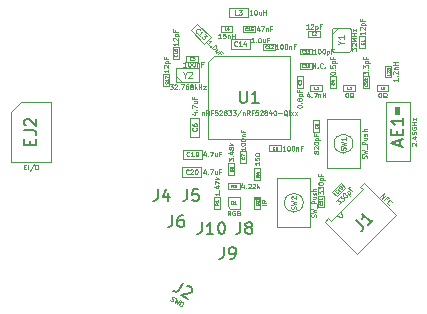
<source format=gbr>
G04 #@! TF.GenerationSoftware,KiCad,Pcbnew,(5.1.5-0)*
G04 #@! TF.CreationDate,2020-05-02T01:07:30+03:00*
G04 #@! TF.ProjectId,raybeacon,72617962-6561-4636-9f6e-2e6b69636164,1.4*
G04 #@! TF.SameCoordinates,PX8f0d180PY5f5e100*
G04 #@! TF.FileFunction,Other,Fab,Top*
%FSLAX46Y46*%
G04 Gerber Fmt 4.6, Leading zero omitted, Abs format (unit mm)*
G04 Created by KiCad (PCBNEW (5.1.5-0)) date 2020-05-02 01:07:30*
%MOMM*%
%LPD*%
G04 APERTURE LIST*
%ADD10C,0.100000*%
%ADD11C,0.080000*%
%ADD12C,0.150000*%
%ADD13C,0.040000*%
%ADD14C,0.075000*%
%ADD15C,0.060000*%
G04 APERTURE END LIST*
D10*
G36*
X10600000Y2100000D02*
G01*
X10600000Y1400000D01*
X10200000Y1400000D01*
X10200000Y2100000D01*
X10600000Y2100000D01*
G37*
X11400000Y2500000D02*
X9400000Y2500000D01*
X11400000Y-2500000D02*
X11400000Y2500000D01*
X9400000Y-2500000D02*
X11400000Y-2500000D01*
X9400000Y2500000D02*
X9400000Y-2500000D01*
X-5200000Y6400000D02*
X1300000Y6400000D01*
X-5700000Y5900000D02*
X-5700000Y-600000D01*
X-5700000Y-600000D02*
X1300000Y-600000D01*
X1300000Y6400000D02*
X1300000Y-600000D01*
X-5700000Y5900000D02*
X-5200000Y6400000D01*
X-8949999Y4900001D02*
X-8949999Y3900001D01*
X-9449999Y4900001D02*
X-8949999Y4900001D01*
X-9449999Y3900001D02*
X-9449999Y4900001D01*
X-8949999Y3900001D02*
X-9449999Y3900001D01*
X6400001Y8700000D02*
X6400001Y6900000D01*
X6400001Y6900000D02*
X6300001Y6800000D01*
X6300001Y6800000D02*
X4900001Y6800000D01*
X4900001Y6800000D02*
X4800001Y6900000D01*
X4800001Y6900000D02*
X4800001Y8700000D01*
X4800001Y8700000D02*
X4900001Y8800000D01*
X4900001Y8800000D02*
X6300001Y8800000D01*
X6300001Y8800000D02*
X6400001Y8700000D01*
X5300001Y8800000D02*
X4800001Y8300000D01*
X7950000Y4700000D02*
X7950000Y3700000D01*
X7450000Y4700000D02*
X7950000Y4700000D01*
X7450000Y3700000D02*
X7450000Y4700000D01*
X7950000Y3700000D02*
X7450000Y3700000D01*
X5150000Y4700001D02*
X5150000Y3700001D01*
X4650000Y4700001D02*
X5150000Y4700001D01*
X4650000Y3700001D02*
X4650000Y4700001D01*
X5150000Y3700001D02*
X4650000Y3700001D01*
X-4000000Y-6300000D02*
X-4000000Y-5500000D01*
X-3800000Y-6500000D02*
X-4000000Y-6300000D01*
X-3000000Y-6500000D02*
X-3800000Y-6500000D01*
X-3000000Y-5500000D02*
X-3000000Y-6500000D01*
X-4000000Y-5500000D02*
X-3000000Y-5500000D01*
X7217157Y-4630152D02*
X7429289Y-4842284D01*
X7500000Y-4347309D02*
X7217157Y-4630152D01*
X4530152Y-7317157D02*
X4742284Y-7529289D01*
X10222361Y-7069670D02*
X7500000Y-4347309D01*
X6969670Y-10322361D02*
X10222361Y-7069670D01*
X7429289Y-4842284D02*
X4742284Y-7529289D01*
X4247309Y-7600000D02*
X6969670Y-10322361D01*
X4247309Y-7600000D02*
X4530152Y-7317157D01*
X5166548Y-7105025D02*
X5661522Y-7175736D01*
X5661522Y-7175736D02*
X5590812Y-6680761D01*
X7150000Y8100000D02*
X7650000Y8100000D01*
X7650000Y8100000D02*
X7650000Y7100000D01*
X7650000Y7100000D02*
X7150000Y7100000D01*
X7150000Y7100000D02*
X7150000Y8100000D01*
X3800000Y8050000D02*
X2800000Y8050000D01*
X3800000Y8550000D02*
X3800000Y8050000D01*
X2800000Y8550000D02*
X3800000Y8550000D01*
X2800000Y8050000D02*
X2800000Y8550000D01*
X2350000Y4700000D02*
X2350000Y3700000D01*
X1850000Y4700000D02*
X2350000Y4700000D01*
X1850000Y3700000D02*
X1850000Y4700000D01*
X2350000Y3700000D02*
X1850000Y3700000D01*
X-6499999Y6450001D02*
X-6499999Y5950001D01*
X-6499999Y5950001D02*
X-7499999Y5950001D01*
X-7499999Y5950001D02*
X-7499999Y6450001D01*
X-7499999Y6450001D02*
X-6499999Y6450001D01*
X-2950000Y-1599999D02*
X-2450000Y-1599999D01*
X-2450000Y-1599999D02*
X-2450000Y-2599999D01*
X-2450000Y-2599999D02*
X-2950000Y-2599999D01*
X-2950000Y-2599999D02*
X-2950000Y-1599999D01*
X-500000Y-1150000D02*
X500000Y-1150000D01*
X-500000Y-1650000D02*
X-500000Y-1150000D01*
X500000Y-1650000D02*
X-500000Y-1650000D01*
X500000Y-1150000D02*
X500000Y-1650000D01*
X3250000Y1000000D02*
X3750000Y1000000D01*
X3750000Y1000000D02*
X3750000Y0D01*
X3750000Y0D02*
X3250000Y0D01*
X3250000Y0D02*
X3250000Y1000000D01*
X3100000Y5350001D02*
X2100000Y5350001D01*
X3100000Y5850001D02*
X3100000Y5350001D01*
X2100000Y5850001D02*
X3100000Y5850001D01*
X2100000Y5350001D02*
X2100000Y5850001D01*
X2100000Y6550000D02*
X2100000Y7050000D01*
X2100000Y7050000D02*
X3100000Y7050000D01*
X3100000Y7050000D02*
X3100000Y6550000D01*
X3100000Y6550000D02*
X2100000Y6550000D01*
X1Y7450001D02*
X1Y6950001D01*
X1Y6950001D02*
X-999999Y6950001D01*
X-999999Y6950001D02*
X-999999Y7450001D01*
X-999999Y7450001D02*
X1Y7450001D01*
X-6582843Y9148528D02*
X-5451472Y8017157D01*
X-7148528Y8582843D02*
X-6582843Y9148528D01*
X-6017157Y7451472D02*
X-7148528Y8582843D01*
X-5451472Y8017157D02*
X-6017157Y7451472D01*
X-2150000Y7050001D02*
X-3750000Y7050001D01*
X-2150000Y7850001D02*
X-2150000Y7050001D01*
X-3750000Y7850001D02*
X-2150000Y7850001D01*
X-3750000Y7050001D02*
X-3750000Y7850001D01*
X-1700000Y8450000D02*
X-2700000Y8450000D01*
X-1700000Y8950000D02*
X-1700000Y8450000D01*
X-2700000Y8950000D02*
X-1700000Y8950000D01*
X-2700000Y8450000D02*
X-2700000Y8950000D01*
X-8150000Y6200000D02*
X-8650000Y6200000D01*
X-8650000Y6200000D02*
X-8650000Y7200000D01*
X-8650000Y7200000D02*
X-8150000Y7200000D01*
X-8150000Y7200000D02*
X-8150000Y6200000D01*
X4869671Y-5076776D02*
X5576778Y-4369669D01*
X5223224Y-5430329D02*
X4869671Y-5076776D01*
X5930331Y-4723222D02*
X5223224Y-5430329D01*
X5576778Y-4369669D02*
X5930331Y-4723222D01*
X3650000Y-5400000D02*
X4150000Y-5400000D01*
X4150000Y-5400000D02*
X4150000Y-6400000D01*
X4150000Y-6400000D02*
X3650000Y-6400000D01*
X3650000Y-6400000D02*
X3650000Y-5400000D01*
X3000000Y3950000D02*
X4000000Y3950000D01*
X3000000Y3450000D02*
X3000000Y3950000D01*
X4000000Y3450000D02*
X3000000Y3450000D01*
X4000000Y3950000D02*
X4000000Y3450000D01*
X5800000Y3450000D02*
X5800000Y3950000D01*
X5800000Y3950000D02*
X6800000Y3950000D01*
X6800000Y3950000D02*
X6800000Y3450000D01*
X6800000Y3450000D02*
X5800000Y3450000D01*
X-3900000Y9700000D02*
X-3900000Y10500000D01*
X-3900000Y10500000D02*
X-2300000Y10500000D01*
X-2300000Y10500000D02*
X-2300000Y9700000D01*
X-2300000Y9700000D02*
X-3900000Y9700000D01*
X-4600000Y8450000D02*
X-4600000Y8950000D01*
X-4600000Y8950000D02*
X-3600000Y8950000D01*
X-3600000Y8950000D02*
X-3600000Y8450000D01*
X-3600000Y8450000D02*
X-4600000Y8450000D01*
X9600000Y3450000D02*
X8600000Y3450000D01*
X9600000Y3950000D02*
X9600000Y3450000D01*
X8600000Y3950000D02*
X9600000Y3950000D01*
X8600000Y3450000D02*
X8600000Y3950000D01*
X-4649999Y-5500000D02*
X-4649999Y-6500000D01*
X-5149999Y-5500000D02*
X-4649999Y-5500000D01*
X-5149999Y-6500000D02*
X-5149999Y-5500000D01*
X-4649999Y-6500000D02*
X-5149999Y-6500000D01*
X-3000000Y-4350000D02*
X-3000000Y-4850000D01*
X-3000000Y-4850000D02*
X-4000000Y-4850000D01*
X-4000000Y-4850000D02*
X-4000000Y-4350000D01*
X-4000000Y-4350000D02*
X-3000000Y-4350000D01*
X-3450000Y-2650000D02*
X-3450000Y-3650000D01*
X-3950000Y-2650000D02*
X-3450000Y-2650000D01*
X-3950000Y-3650000D02*
X-3950000Y-2650000D01*
X-3450000Y-3650000D02*
X-3950000Y-3650000D01*
X4400000Y-3099999D02*
X4400000Y1100001D01*
X4400000Y1100001D02*
X7200000Y1100001D01*
X7200000Y1100001D02*
X7200000Y-3099999D01*
X7200000Y-3099999D02*
X4400000Y-3099999D01*
X6600000Y-999999D02*
G75*
G03X6600000Y-999999I-800000J0D01*
G01*
X2400001Y-6000000D02*
G75*
G03X2400001Y-6000000I-800000J0D01*
G01*
X200001Y-3900000D02*
X3000001Y-3900000D01*
X200001Y-8100000D02*
X200001Y-3900000D01*
X3000001Y-8100000D02*
X200001Y-8100000D01*
X3000001Y-3900000D02*
X3000001Y-8100000D01*
X-8400000Y5400000D02*
X-8400000Y4200000D01*
X-8400000Y4200000D02*
X-6400000Y4200000D01*
X-6400000Y4200000D02*
X-6400000Y5400000D01*
X-6400000Y5400000D02*
X-8400000Y5400000D01*
X-8400000Y4700000D02*
X-7900000Y4200000D01*
X-1750000Y-5500000D02*
X-1250000Y-5500000D01*
X-1250000Y-5500000D02*
X-1250000Y-6500000D01*
X-1250000Y-6500000D02*
X-1750000Y-6500000D01*
X-1750000Y-6500000D02*
X-1750000Y-5500000D01*
X-1750000Y-5600000D02*
X-1250000Y-5600000D01*
X-1750000Y-5700000D02*
X-1250000Y-5700000D01*
X-1250000Y-4100000D02*
X-1750000Y-4100000D01*
X-1750000Y-4100000D02*
X-1750000Y-3100000D01*
X-1750000Y-3100000D02*
X-1250000Y-3100000D01*
X-1250000Y-3100000D02*
X-1250000Y-4100000D01*
X-7200000Y1200000D02*
X-6400000Y1200000D01*
X-6400000Y1200000D02*
X-6400000Y-400000D01*
X-6400000Y-400000D02*
X-7200000Y-400000D01*
X-7200000Y-400000D02*
X-7200000Y1200000D01*
X-7800000Y-1500000D02*
X-6200000Y-1500000D01*
X-7800000Y-2300000D02*
X-7800000Y-1500000D01*
X-6200000Y-2300000D02*
X-7800000Y-2300000D01*
X-6200000Y-1500000D02*
X-6200000Y-2300000D01*
X-6250000Y-3000000D02*
X-6250000Y-3800000D01*
X-6250000Y-3800000D02*
X-7850000Y-3800000D01*
X-7850000Y-3800000D02*
X-7850000Y-3000000D01*
X-7850000Y-3000000D02*
X-6250000Y-3000000D01*
X-21517500Y2535001D02*
X-18960000Y2535001D01*
X-18960000Y2535001D02*
X-18960000Y-2544999D01*
X-18960000Y-2544999D02*
X-22370000Y-2544999D01*
X-22370000Y-2544999D02*
X-22370000Y1682501D01*
X-22370000Y1682501D02*
X-21517500Y2535001D01*
X9350000Y5600000D02*
X9850000Y5600000D01*
X9850000Y5600000D02*
X9850000Y4600000D01*
X9850000Y4600000D02*
X9350000Y4600000D01*
X9350000Y4600000D02*
X9350000Y5600000D01*
D11*
X11619047Y-1161904D02*
X11600000Y-1142857D01*
X11580952Y-1104761D01*
X11580952Y-1009523D01*
X11600000Y-971428D01*
X11619047Y-952380D01*
X11657142Y-933333D01*
X11695238Y-933333D01*
X11752380Y-952380D01*
X11980952Y-1180952D01*
X11980952Y-933333D01*
X11942857Y-761904D02*
X11961904Y-742857D01*
X11980952Y-761904D01*
X11961904Y-780952D01*
X11942857Y-761904D01*
X11980952Y-761904D01*
X11714285Y-400000D02*
X11980952Y-400000D01*
X11561904Y-495238D02*
X11847619Y-590476D01*
X11847619Y-342857D01*
X11580952Y0D02*
X11580952Y-190476D01*
X11771428Y-209523D01*
X11752380Y-190476D01*
X11733333Y-152380D01*
X11733333Y-57142D01*
X11752380Y-19047D01*
X11771428Y0D01*
X11809523Y19048D01*
X11904761Y19048D01*
X11942857Y0D01*
X11961904Y-19047D01*
X11980952Y-57142D01*
X11980952Y-152380D01*
X11961904Y-190476D01*
X11942857Y-209523D01*
X11600000Y400000D02*
X11580952Y361905D01*
X11580952Y304762D01*
X11600000Y247620D01*
X11638095Y209524D01*
X11676190Y190477D01*
X11752380Y171429D01*
X11809523Y171429D01*
X11885714Y190477D01*
X11923809Y209524D01*
X11961904Y247620D01*
X11980952Y304762D01*
X11980952Y342858D01*
X11961904Y400000D01*
X11942857Y419048D01*
X11809523Y419048D01*
X11809523Y342858D01*
X11980952Y590477D02*
X11580952Y590477D01*
X11771428Y590477D02*
X11771428Y819048D01*
X11980952Y819048D02*
X11580952Y819048D01*
X11714285Y971429D02*
X11714285Y1180953D01*
X11980952Y971429D01*
X11980952Y1180953D01*
D12*
X10566666Y-1166666D02*
X10566666Y-690476D01*
X10852380Y-1261904D02*
X9852380Y-928571D01*
X10852380Y-595238D01*
X10328571Y-261904D02*
X10328571Y71429D01*
X10852380Y214286D02*
X10852380Y-261904D01*
X9852380Y-261904D01*
X9852380Y214286D01*
X10852380Y1166667D02*
X10852380Y595239D01*
X10852380Y880953D02*
X9852380Y880953D01*
X9995238Y785715D01*
X10090476Y690477D01*
X10138095Y595239D01*
X-6209524Y-7647957D02*
X-6209524Y-8362243D01*
X-6257143Y-8505100D01*
X-6352381Y-8600338D01*
X-6495239Y-8647957D01*
X-6590477Y-8647957D01*
X-5209524Y-8647957D02*
X-5780953Y-8647957D01*
X-5495239Y-8647957D02*
X-5495239Y-7647957D01*
X-5590477Y-7790815D01*
X-5685715Y-7886053D01*
X-5780953Y-7933672D01*
X-4590477Y-7647957D02*
X-4495239Y-7647957D01*
X-4400000Y-7695577D01*
X-4352381Y-7743196D01*
X-4304762Y-7838434D01*
X-4257143Y-8028910D01*
X-4257143Y-8267005D01*
X-4304762Y-8457481D01*
X-4352381Y-8552719D01*
X-4400000Y-8600338D01*
X-4495239Y-8647957D01*
X-4590477Y-8647957D01*
X-4685715Y-8600338D01*
X-4733334Y-8552719D01*
X-4780953Y-8457481D01*
X-4828572Y-8267005D01*
X-4828572Y-8028910D01*
X-4780953Y-7838434D01*
X-4733334Y-7743196D01*
X-4685715Y-7695577D01*
X-4590477Y-7647957D01*
X-2933334Y-7647957D02*
X-2933334Y-8362243D01*
X-2980953Y-8505100D01*
X-3076191Y-8600338D01*
X-3219048Y-8647957D01*
X-3314286Y-8647957D01*
X-2314286Y-8076529D02*
X-2409524Y-8028910D01*
X-2457143Y-7981291D01*
X-2504762Y-7886053D01*
X-2504762Y-7838434D01*
X-2457143Y-7743196D01*
X-2409524Y-7695577D01*
X-2314286Y-7647957D01*
X-2123810Y-7647957D01*
X-2028572Y-7695577D01*
X-1980953Y-7743196D01*
X-1933334Y-7838434D01*
X-1933334Y-7886053D01*
X-1980953Y-7981291D01*
X-2028572Y-8028910D01*
X-2123810Y-8076529D01*
X-2314286Y-8076529D01*
X-2409524Y-8124148D01*
X-2457143Y-8171767D01*
X-2504762Y-8267005D01*
X-2504762Y-8457481D01*
X-2457143Y-8552719D01*
X-2409524Y-8600338D01*
X-2314286Y-8647957D01*
X-2123810Y-8647957D01*
X-2028572Y-8600338D01*
X-1980953Y-8552719D01*
X-1933334Y-8457481D01*
X-1933334Y-8267005D01*
X-1980953Y-8171767D01*
X-2028572Y-8124148D01*
X-2123810Y-8076529D01*
D11*
X-8851081Y-14244807D02*
X-8811118Y-14289874D01*
X-8728639Y-14337493D01*
X-8686124Y-14340045D01*
X-8660104Y-14333073D01*
X-8624561Y-14309605D01*
X-8605513Y-14276614D01*
X-8602961Y-14234098D01*
X-8609933Y-14208079D01*
X-8633401Y-14172536D01*
X-8689860Y-14117945D01*
X-8713328Y-14082401D01*
X-8720300Y-14056382D01*
X-8717748Y-14013866D01*
X-8698700Y-13980875D01*
X-8663157Y-13957407D01*
X-8637137Y-13950435D01*
X-8594622Y-13952987D01*
X-8512143Y-14000606D01*
X-8472180Y-14045674D01*
X-8347186Y-14095845D02*
X-8464707Y-14489874D01*
X-8255867Y-14280533D01*
X-8332742Y-14566064D01*
X-8050263Y-14267273D01*
X-8118297Y-14689874D02*
X-7918297Y-14343464D01*
X-7835819Y-14391083D01*
X-7795855Y-14436150D01*
X-7781911Y-14488189D01*
X-7784463Y-14530704D01*
X-7806063Y-14606211D01*
X-7834634Y-14655698D01*
X-7889225Y-14712157D01*
X-7924769Y-14735625D01*
X-7976808Y-14749568D01*
X-8035819Y-14737493D01*
X-8118297Y-14689874D01*
D12*
X-7764866Y-12782475D02*
X-8122009Y-13401064D01*
X-8234677Y-13500973D01*
X-8364775Y-13535832D01*
X-8512302Y-13505643D01*
X-8594781Y-13458024D01*
X-7441331Y-13079239D02*
X-7376283Y-13061809D01*
X-7269994Y-13068189D01*
X-7063798Y-13187237D01*
X-7005129Y-13276095D01*
X-6987699Y-13341144D01*
X-6994079Y-13447432D01*
X-7041698Y-13529911D01*
X-7154366Y-13629819D01*
X-7934952Y-13838976D01*
X-7398841Y-14148500D01*
D11*
X-6170000Y1685715D02*
X-6170000Y1419048D01*
X-6170000Y1647620D02*
X-6150953Y1666667D01*
X-6112858Y1685715D01*
X-6055715Y1685715D01*
X-6017620Y1666667D01*
X-5998572Y1628572D01*
X-5998572Y1419048D01*
X-5579524Y1419048D02*
X-5712858Y1609524D01*
X-5808096Y1419048D02*
X-5808096Y1819048D01*
X-5655715Y1819048D01*
X-5617620Y1800000D01*
X-5598572Y1780953D01*
X-5579524Y1742858D01*
X-5579524Y1685715D01*
X-5598572Y1647620D01*
X-5617620Y1628572D01*
X-5655715Y1609524D01*
X-5808096Y1609524D01*
X-5274762Y1628572D02*
X-5408096Y1628572D01*
X-5408096Y1419048D02*
X-5408096Y1819048D01*
X-5217620Y1819048D01*
X-4874762Y1819048D02*
X-5065239Y1819048D01*
X-5084286Y1628572D01*
X-5065239Y1647620D01*
X-5027143Y1666667D01*
X-4931905Y1666667D01*
X-4893810Y1647620D01*
X-4874762Y1628572D01*
X-4855715Y1590477D01*
X-4855715Y1495239D01*
X-4874762Y1457143D01*
X-4893810Y1438096D01*
X-4931905Y1419048D01*
X-5027143Y1419048D01*
X-5065239Y1438096D01*
X-5084286Y1457143D01*
X-4703334Y1780953D02*
X-4684286Y1800000D01*
X-4646191Y1819048D01*
X-4550953Y1819048D01*
X-4512858Y1800000D01*
X-4493810Y1780953D01*
X-4474762Y1742858D01*
X-4474762Y1704762D01*
X-4493810Y1647620D01*
X-4722381Y1419048D01*
X-4474762Y1419048D01*
X-4246191Y1647620D02*
X-4284286Y1666667D01*
X-4303334Y1685715D01*
X-4322381Y1723810D01*
X-4322381Y1742858D01*
X-4303334Y1780953D01*
X-4284286Y1800000D01*
X-4246191Y1819048D01*
X-4170000Y1819048D01*
X-4131905Y1800000D01*
X-4112858Y1780953D01*
X-4093810Y1742858D01*
X-4093810Y1723810D01*
X-4112858Y1685715D01*
X-4131905Y1666667D01*
X-4170000Y1647620D01*
X-4246191Y1647620D01*
X-4284286Y1628572D01*
X-4303334Y1609524D01*
X-4322381Y1571429D01*
X-4322381Y1495239D01*
X-4303334Y1457143D01*
X-4284286Y1438096D01*
X-4246191Y1419048D01*
X-4170000Y1419048D01*
X-4131905Y1438096D01*
X-4112858Y1457143D01*
X-4093810Y1495239D01*
X-4093810Y1571429D01*
X-4112858Y1609524D01*
X-4131905Y1628572D01*
X-4170000Y1647620D01*
X-3960477Y1819048D02*
X-3712858Y1819048D01*
X-3846191Y1666667D01*
X-3789048Y1666667D01*
X-3750953Y1647620D01*
X-3731905Y1628572D01*
X-3712858Y1590477D01*
X-3712858Y1495239D01*
X-3731905Y1457143D01*
X-3750953Y1438096D01*
X-3789048Y1419048D01*
X-3903334Y1419048D01*
X-3941429Y1438096D01*
X-3960477Y1457143D01*
X-3579524Y1819048D02*
X-3331905Y1819048D01*
X-3465239Y1666667D01*
X-3408096Y1666667D01*
X-3370000Y1647620D01*
X-3350953Y1628572D01*
X-3331905Y1590477D01*
X-3331905Y1495239D01*
X-3350953Y1457143D01*
X-3370000Y1438096D01*
X-3408096Y1419048D01*
X-3522381Y1419048D01*
X-3560477Y1438096D01*
X-3579524Y1457143D01*
X-2874762Y1838096D02*
X-3217620Y1323810D01*
X-2741429Y1685715D02*
X-2741429Y1419048D01*
X-2741429Y1647620D02*
X-2722381Y1666667D01*
X-2684286Y1685715D01*
X-2627143Y1685715D01*
X-2589048Y1666667D01*
X-2570000Y1628572D01*
X-2570000Y1419048D01*
X-2150953Y1419048D02*
X-2284286Y1609524D01*
X-2379524Y1419048D02*
X-2379524Y1819048D01*
X-2227143Y1819048D01*
X-2189048Y1800000D01*
X-2170000Y1780953D01*
X-2150953Y1742858D01*
X-2150953Y1685715D01*
X-2170000Y1647620D01*
X-2189048Y1628572D01*
X-2227143Y1609524D01*
X-2379524Y1609524D01*
X-1846191Y1628572D02*
X-1979524Y1628572D01*
X-1979524Y1419048D02*
X-1979524Y1819048D01*
X-1789048Y1819048D01*
X-1446191Y1819048D02*
X-1636667Y1819048D01*
X-1655715Y1628572D01*
X-1636667Y1647620D01*
X-1598572Y1666667D01*
X-1503334Y1666667D01*
X-1465239Y1647620D01*
X-1446191Y1628572D01*
X-1427143Y1590477D01*
X-1427143Y1495239D01*
X-1446191Y1457143D01*
X-1465239Y1438096D01*
X-1503334Y1419048D01*
X-1598572Y1419048D01*
X-1636667Y1438096D01*
X-1655715Y1457143D01*
X-1274762Y1780953D02*
X-1255715Y1800000D01*
X-1217620Y1819048D01*
X-1122381Y1819048D01*
X-1084286Y1800000D01*
X-1065239Y1780953D01*
X-1046191Y1742858D01*
X-1046191Y1704762D01*
X-1065239Y1647620D01*
X-1293810Y1419048D01*
X-1046191Y1419048D01*
X-817620Y1647620D02*
X-855715Y1666667D01*
X-874762Y1685715D01*
X-893810Y1723810D01*
X-893810Y1742858D01*
X-874762Y1780953D01*
X-855715Y1800000D01*
X-817620Y1819048D01*
X-741429Y1819048D01*
X-703334Y1800000D01*
X-684286Y1780953D01*
X-665239Y1742858D01*
X-665239Y1723810D01*
X-684286Y1685715D01*
X-703334Y1666667D01*
X-741429Y1647620D01*
X-817620Y1647620D01*
X-855715Y1628572D01*
X-874762Y1609524D01*
X-893810Y1571429D01*
X-893810Y1495239D01*
X-874762Y1457143D01*
X-855715Y1438096D01*
X-817620Y1419048D01*
X-741429Y1419048D01*
X-703334Y1438096D01*
X-684286Y1457143D01*
X-665239Y1495239D01*
X-665239Y1571429D01*
X-684286Y1609524D01*
X-703334Y1628572D01*
X-741429Y1647620D01*
X-322381Y1685715D02*
X-322381Y1419048D01*
X-417620Y1838096D02*
X-512858Y1552381D01*
X-265239Y1552381D01*
X-36667Y1819048D02*
X1428Y1819048D01*
X39523Y1800000D01*
X58571Y1780953D01*
X77619Y1742858D01*
X96666Y1666667D01*
X96666Y1571429D01*
X77619Y1495239D01*
X58571Y1457143D01*
X39523Y1438096D01*
X1428Y1419048D01*
X-36667Y1419048D01*
X-74762Y1438096D01*
X-93810Y1457143D01*
X-112858Y1495239D01*
X-131905Y1571429D01*
X-131905Y1666667D01*
X-112858Y1742858D01*
X-93810Y1780953D01*
X-74762Y1800000D01*
X-36667Y1819048D01*
X268095Y1571429D02*
X572857Y1571429D01*
X1030000Y1380953D02*
X991904Y1400000D01*
X953809Y1438096D01*
X896666Y1495239D01*
X858571Y1514286D01*
X820476Y1514286D01*
X839523Y1419048D02*
X801428Y1438096D01*
X763333Y1476191D01*
X744285Y1552381D01*
X744285Y1685715D01*
X763333Y1761905D01*
X801428Y1800000D01*
X839523Y1819048D01*
X915714Y1819048D01*
X953809Y1800000D01*
X991904Y1761905D01*
X1010952Y1685715D01*
X1010952Y1552381D01*
X991904Y1476191D01*
X953809Y1438096D01*
X915714Y1419048D01*
X839523Y1419048D01*
X1182380Y1419048D02*
X1182380Y1819048D01*
X1334761Y1419048D02*
X1544285Y1685715D01*
X1334761Y1685715D02*
X1544285Y1419048D01*
X1658571Y1419048D02*
X1868095Y1685715D01*
X1658571Y1685715D02*
X1868095Y1419048D01*
D12*
X-2961905Y3447620D02*
X-2961905Y2638096D01*
X-2914286Y2542858D01*
X-2866667Y2495239D01*
X-2771429Y2447620D01*
X-2580953Y2447620D01*
X-2485715Y2495239D01*
X-2438096Y2542858D01*
X-2390477Y2638096D01*
X-2390477Y3447620D01*
X-1390477Y2447620D02*
X-1961905Y2447620D01*
X-1676191Y2447620D02*
X-1676191Y3447620D01*
X-1771429Y3304762D01*
X-1866667Y3209524D01*
X-1961905Y3161905D01*
X-8683334Y-7052380D02*
X-8683334Y-7766666D01*
X-8730953Y-7909523D01*
X-8826191Y-8004761D01*
X-8969048Y-8052380D01*
X-9064286Y-8052380D01*
X-7778572Y-7052380D02*
X-7969048Y-7052380D01*
X-8064286Y-7100000D01*
X-8111905Y-7147619D01*
X-8207143Y-7290476D01*
X-8254762Y-7480952D01*
X-8254762Y-7861904D01*
X-8207143Y-7957142D01*
X-8159524Y-8004761D01*
X-8064286Y-8052380D01*
X-7873810Y-8052380D01*
X-7778572Y-8004761D01*
X-7730953Y-7957142D01*
X-7683334Y-7861904D01*
X-7683334Y-7623809D01*
X-7730953Y-7528571D01*
X-7778572Y-7480952D01*
X-7873810Y-7433333D01*
X-8064286Y-7433333D01*
X-8159524Y-7480952D01*
X-8207143Y-7528571D01*
X-8254762Y-7623809D01*
D11*
X-9019047Y5271430D02*
X-9019047Y5042859D01*
X-9019047Y5157144D02*
X-9419047Y5157144D01*
X-9361904Y5119049D01*
X-9323809Y5080954D01*
X-9304761Y5042859D01*
X-9380952Y5423811D02*
X-9399999Y5442859D01*
X-9419047Y5480954D01*
X-9419047Y5576192D01*
X-9399999Y5614287D01*
X-9380952Y5633335D01*
X-9342857Y5652382D01*
X-9304761Y5652382D01*
X-9247619Y5633335D01*
X-9019047Y5404763D01*
X-9019047Y5652382D01*
X-9285714Y5823811D02*
X-8885714Y5823811D01*
X-9266666Y5823811D02*
X-9285714Y5861906D01*
X-9285714Y5938097D01*
X-9266666Y5976192D01*
X-9247619Y5995240D01*
X-9209523Y6014287D01*
X-9095238Y6014287D01*
X-9057142Y5995240D01*
X-9038095Y5976192D01*
X-9019047Y5938097D01*
X-9019047Y5861906D01*
X-9038095Y5823811D01*
X-9228571Y6319049D02*
X-9228571Y6185716D01*
X-9019047Y6185716D02*
X-9419047Y6185716D01*
X-9419047Y6376192D01*
D13*
X-9110714Y4239287D02*
X-9098809Y4227382D01*
X-9086904Y4191668D01*
X-9086904Y4167859D01*
X-9098809Y4132144D01*
X-9122619Y4108335D01*
X-9146428Y4096430D01*
X-9194047Y4084525D01*
X-9229761Y4084525D01*
X-9277380Y4096430D01*
X-9301190Y4108335D01*
X-9324999Y4132144D01*
X-9336904Y4167859D01*
X-9336904Y4191668D01*
X-9324999Y4227382D01*
X-9313095Y4239287D01*
X-9086904Y4477382D02*
X-9086904Y4334525D01*
X-9086904Y4405954D02*
X-9336904Y4405954D01*
X-9301190Y4382144D01*
X-9277380Y4358335D01*
X-9265476Y4334525D01*
X-9336904Y4560716D02*
X-9336904Y4727382D01*
X-9086904Y4620240D01*
D11*
X6480953Y6876191D02*
X6480953Y7123810D01*
X6633334Y6990477D01*
X6633334Y7047620D01*
X6652381Y7085715D01*
X6671429Y7104762D01*
X6709524Y7123810D01*
X6804762Y7123810D01*
X6842858Y7104762D01*
X6861905Y7085715D01*
X6880953Y7047620D01*
X6880953Y6933334D01*
X6861905Y6895239D01*
X6842858Y6876191D01*
X6519048Y7276191D02*
X6500001Y7295239D01*
X6480953Y7333334D01*
X6480953Y7428572D01*
X6500001Y7466667D01*
X6519048Y7485715D01*
X6557143Y7504762D01*
X6595239Y7504762D01*
X6652381Y7485715D01*
X6880953Y7257143D01*
X6880953Y7504762D01*
X6880953Y7676191D02*
X6480953Y7676191D01*
X6766667Y7809524D01*
X6480953Y7942858D01*
X6880953Y7942858D01*
X6880953Y8133334D02*
X6480953Y8133334D01*
X6671429Y8133334D02*
X6671429Y8361905D01*
X6880953Y8361905D02*
X6480953Y8361905D01*
X6614286Y8514286D02*
X6614286Y8723810D01*
X6880953Y8514286D01*
X6880953Y8723810D01*
D14*
X5588096Y7561905D02*
X5826191Y7561905D01*
X5326191Y7395239D02*
X5588096Y7561905D01*
X5326191Y7728572D01*
X5826191Y8157143D02*
X5826191Y7871429D01*
X5826191Y8014286D02*
X5326191Y8014286D01*
X5397620Y7966667D01*
X5445239Y7919048D01*
X5469048Y7871429D01*
D11*
X7480952Y4828572D02*
X7480952Y5076191D01*
X7633333Y4942858D01*
X7633333Y5000000D01*
X7652380Y5038096D01*
X7671428Y5057143D01*
X7709523Y5076191D01*
X7804761Y5076191D01*
X7842857Y5057143D01*
X7861904Y5038096D01*
X7880952Y5000000D01*
X7880952Y4885715D01*
X7861904Y4847620D01*
X7842857Y4828572D01*
X7842857Y5247620D02*
X7861904Y5266667D01*
X7880952Y5247620D01*
X7861904Y5228572D01*
X7842857Y5247620D01*
X7880952Y5247620D01*
X7480952Y5400000D02*
X7480952Y5647620D01*
X7633333Y5514286D01*
X7633333Y5571429D01*
X7652380Y5609524D01*
X7671428Y5628572D01*
X7709523Y5647620D01*
X7804761Y5647620D01*
X7842857Y5628572D01*
X7861904Y5609524D01*
X7880952Y5571429D01*
X7880952Y5457143D01*
X7861904Y5419048D01*
X7842857Y5400000D01*
X7614285Y5819048D02*
X8014285Y5819048D01*
X7633333Y5819048D02*
X7614285Y5857143D01*
X7614285Y5933334D01*
X7633333Y5971429D01*
X7652380Y5990477D01*
X7690476Y6009524D01*
X7804761Y6009524D01*
X7842857Y5990477D01*
X7861904Y5971429D01*
X7880952Y5933334D01*
X7880952Y5857143D01*
X7861904Y5819048D01*
X7671428Y6314286D02*
X7671428Y6180953D01*
X7880952Y6180953D02*
X7480952Y6180953D01*
X7480952Y6371429D01*
D13*
X7789285Y4039286D02*
X7801190Y4027381D01*
X7813095Y3991667D01*
X7813095Y3967858D01*
X7801190Y3932143D01*
X7777380Y3908334D01*
X7753571Y3896429D01*
X7705952Y3884524D01*
X7670238Y3884524D01*
X7622619Y3896429D01*
X7598809Y3908334D01*
X7575000Y3932143D01*
X7563095Y3967858D01*
X7563095Y3991667D01*
X7575000Y4027381D01*
X7586904Y4039286D01*
X7586904Y4134524D02*
X7575000Y4146429D01*
X7563095Y4170239D01*
X7563095Y4229762D01*
X7575000Y4253572D01*
X7586904Y4265477D01*
X7610714Y4277381D01*
X7634523Y4277381D01*
X7670238Y4265477D01*
X7813095Y4122620D01*
X7813095Y4277381D01*
X7586904Y4372620D02*
X7575000Y4384524D01*
X7563095Y4408334D01*
X7563095Y4467858D01*
X7575000Y4491667D01*
X7586904Y4503572D01*
X7610714Y4515477D01*
X7634523Y4515477D01*
X7670238Y4503572D01*
X7813095Y4360715D01*
X7813095Y4515477D01*
D11*
X4680952Y4942859D02*
X4680952Y4980954D01*
X4700000Y5019049D01*
X4719047Y5038097D01*
X4757142Y5057144D01*
X4833333Y5076192D01*
X4928571Y5076192D01*
X5004761Y5057144D01*
X5042857Y5038097D01*
X5061904Y5019049D01*
X5080952Y4980954D01*
X5080952Y4942859D01*
X5061904Y4904763D01*
X5042857Y4885716D01*
X5004761Y4866668D01*
X4928571Y4847621D01*
X4833333Y4847621D01*
X4757142Y4866668D01*
X4719047Y4885716D01*
X4700000Y4904763D01*
X4680952Y4942859D01*
X5042857Y5247621D02*
X5061904Y5266668D01*
X5080952Y5247621D01*
X5061904Y5228573D01*
X5042857Y5247621D01*
X5080952Y5247621D01*
X4680952Y5628573D02*
X4680952Y5438097D01*
X4871428Y5419049D01*
X4852380Y5438097D01*
X4833333Y5476192D01*
X4833333Y5571430D01*
X4852380Y5609525D01*
X4871428Y5628573D01*
X4909523Y5647621D01*
X5004761Y5647621D01*
X5042857Y5628573D01*
X5061904Y5609525D01*
X5080952Y5571430D01*
X5080952Y5476192D01*
X5061904Y5438097D01*
X5042857Y5419049D01*
X4814285Y5819049D02*
X5214285Y5819049D01*
X4833333Y5819049D02*
X4814285Y5857144D01*
X4814285Y5933335D01*
X4833333Y5971430D01*
X4852380Y5990478D01*
X4890476Y6009525D01*
X5004761Y6009525D01*
X5042857Y5990478D01*
X5061904Y5971430D01*
X5080952Y5933335D01*
X5080952Y5857144D01*
X5061904Y5819049D01*
X4871428Y6314287D02*
X4871428Y6180954D01*
X5080952Y6180954D02*
X4680952Y6180954D01*
X4680952Y6371430D01*
D13*
X4989285Y4158335D02*
X5001190Y4146430D01*
X5013095Y4110716D01*
X5013095Y4086906D01*
X5001190Y4051192D01*
X4977380Y4027382D01*
X4953571Y4015478D01*
X4905952Y4003573D01*
X4870238Y4003573D01*
X4822619Y4015478D01*
X4798809Y4027382D01*
X4775000Y4051192D01*
X4763095Y4086906D01*
X4763095Y4110716D01*
X4775000Y4146430D01*
X4786904Y4158335D01*
X4846428Y4372621D02*
X5013095Y4372621D01*
X4751190Y4313097D02*
X4929761Y4253573D01*
X4929761Y4408335D01*
D11*
X-3776191Y-7080952D02*
X-3909524Y-6890476D01*
X-4004762Y-7080952D02*
X-4004762Y-6680952D01*
X-3852381Y-6680952D01*
X-3814286Y-6700000D01*
X-3795239Y-6719047D01*
X-3776191Y-6757142D01*
X-3776191Y-6814285D01*
X-3795239Y-6852380D01*
X-3814286Y-6871428D01*
X-3852381Y-6890476D01*
X-4004762Y-6890476D01*
X-3395239Y-6700000D02*
X-3433334Y-6680952D01*
X-3490477Y-6680952D01*
X-3547620Y-6700000D01*
X-3585715Y-6738095D01*
X-3604762Y-6776190D01*
X-3623810Y-6852380D01*
X-3623810Y-6909523D01*
X-3604762Y-6985714D01*
X-3585715Y-7023809D01*
X-3547620Y-7061904D01*
X-3490477Y-7080952D01*
X-3452381Y-7080952D01*
X-3395239Y-7061904D01*
X-3376191Y-7042857D01*
X-3376191Y-6909523D01*
X-3452381Y-6909523D01*
X-3071429Y-6871428D02*
X-3014286Y-6890476D01*
X-2995239Y-6909523D01*
X-2976191Y-6947619D01*
X-2976191Y-7004761D01*
X-2995239Y-7042857D01*
X-3014286Y-7061904D01*
X-3052381Y-7080952D01*
X-3204762Y-7080952D01*
X-3204762Y-6680952D01*
X-3071429Y-6680952D01*
X-3033334Y-6700000D01*
X-3014286Y-6719047D01*
X-2995239Y-6757142D01*
X-2995239Y-6795238D01*
X-3014286Y-6833333D01*
X-3033334Y-6852380D01*
X-3071429Y-6871428D01*
X-3204762Y-6871428D01*
D13*
X-3684524Y-6113095D02*
X-3684524Y-5863095D01*
X-3625000Y-5863095D01*
X-3589286Y-5875000D01*
X-3565477Y-5898809D01*
X-3553572Y-5922619D01*
X-3541667Y-5970238D01*
X-3541667Y-6005952D01*
X-3553572Y-6053571D01*
X-3565477Y-6077380D01*
X-3589286Y-6101190D01*
X-3625000Y-6113095D01*
X-3684524Y-6113095D01*
X-3303572Y-6113095D02*
X-3446429Y-6113095D01*
X-3375000Y-6113095D02*
X-3375000Y-5863095D01*
X-3398810Y-5898809D01*
X-3422620Y-5922619D01*
X-3446429Y-5934523D01*
D11*
X8928595Y-5484500D02*
X9211438Y-5201658D01*
X9090219Y-5646125D01*
X9373062Y-5363282D01*
X9467343Y-5726937D02*
X9373062Y-5632656D01*
X9224906Y-5780812D02*
X9507749Y-5497969D01*
X9642436Y-5632656D01*
X9655905Y-6157935D02*
X9628967Y-6157935D01*
X9575093Y-6130998D01*
X9548155Y-6104061D01*
X9521218Y-6050186D01*
X9521218Y-5996311D01*
X9534687Y-5955905D01*
X9575093Y-5888561D01*
X9615499Y-5848155D01*
X9682842Y-5807749D01*
X9723248Y-5794280D01*
X9777123Y-5794280D01*
X9830998Y-5821218D01*
X9857935Y-5848155D01*
X9884873Y-5902030D01*
X9884873Y-5928967D01*
D12*
X6877072Y-7448477D02*
X7382148Y-7953553D01*
X7449492Y-8088240D01*
X7449492Y-8222927D01*
X7382148Y-8357614D01*
X7314805Y-8424957D01*
X8291286Y-7448477D02*
X7887225Y-7852538D01*
X8089255Y-7650507D02*
X7382148Y-6943400D01*
X7415820Y-7111759D01*
X7415820Y-7246446D01*
X7382148Y-7347461D01*
D11*
X7580952Y8471429D02*
X7580952Y8242858D01*
X7580952Y8357143D02*
X7180952Y8357143D01*
X7238095Y8319048D01*
X7276190Y8280953D01*
X7295238Y8242858D01*
X7219047Y8623810D02*
X7200000Y8642858D01*
X7180952Y8680953D01*
X7180952Y8776191D01*
X7200000Y8814286D01*
X7219047Y8833334D01*
X7257142Y8852381D01*
X7295238Y8852381D01*
X7352380Y8833334D01*
X7580952Y8604762D01*
X7580952Y8852381D01*
X7314285Y9023810D02*
X7714285Y9023810D01*
X7333333Y9023810D02*
X7314285Y9061905D01*
X7314285Y9138096D01*
X7333333Y9176191D01*
X7352380Y9195239D01*
X7390476Y9214286D01*
X7504761Y9214286D01*
X7542857Y9195239D01*
X7561904Y9176191D01*
X7580952Y9138096D01*
X7580952Y9061905D01*
X7561904Y9023810D01*
X7371428Y9519048D02*
X7371428Y9385715D01*
X7580952Y9385715D02*
X7180952Y9385715D01*
X7180952Y9576191D01*
D13*
X7489285Y7558334D02*
X7501190Y7546429D01*
X7513095Y7510715D01*
X7513095Y7486905D01*
X7501190Y7451191D01*
X7477380Y7427381D01*
X7453571Y7415477D01*
X7405952Y7403572D01*
X7370238Y7403572D01*
X7322619Y7415477D01*
X7298809Y7427381D01*
X7275000Y7451191D01*
X7263095Y7486905D01*
X7263095Y7510715D01*
X7275000Y7546429D01*
X7286904Y7558334D01*
X7513095Y7796429D02*
X7513095Y7653572D01*
X7513095Y7725000D02*
X7263095Y7725000D01*
X7298809Y7701191D01*
X7322619Y7677381D01*
X7334523Y7653572D01*
D11*
X2871428Y8719048D02*
X2642857Y8719048D01*
X2757142Y8719048D02*
X2757142Y9119048D01*
X2719047Y9061905D01*
X2680952Y9023810D01*
X2642857Y9004762D01*
X3023809Y9080953D02*
X3042857Y9100000D01*
X3080952Y9119048D01*
X3176190Y9119048D01*
X3214285Y9100000D01*
X3233333Y9080953D01*
X3252380Y9042858D01*
X3252380Y9004762D01*
X3233333Y8947620D01*
X3004761Y8719048D01*
X3252380Y8719048D01*
X3423809Y8985715D02*
X3423809Y8585715D01*
X3423809Y8966667D02*
X3461904Y8985715D01*
X3538095Y8985715D01*
X3576190Y8966667D01*
X3595238Y8947620D01*
X3614285Y8909524D01*
X3614285Y8795239D01*
X3595238Y8757143D01*
X3576190Y8738096D01*
X3538095Y8719048D01*
X3461904Y8719048D01*
X3423809Y8738096D01*
X3919047Y8928572D02*
X3785714Y8928572D01*
X3785714Y8719048D02*
X3785714Y9119048D01*
X3976190Y9119048D01*
D13*
X3258333Y8210715D02*
X3246428Y8198810D01*
X3210714Y8186905D01*
X3186904Y8186905D01*
X3151190Y8198810D01*
X3127380Y8222620D01*
X3115476Y8246429D01*
X3103571Y8294048D01*
X3103571Y8329762D01*
X3115476Y8377381D01*
X3127380Y8401191D01*
X3151190Y8425000D01*
X3186904Y8436905D01*
X3210714Y8436905D01*
X3246428Y8425000D01*
X3258333Y8413096D01*
X3353571Y8413096D02*
X3365476Y8425000D01*
X3389285Y8436905D01*
X3448809Y8436905D01*
X3472619Y8425000D01*
X3484523Y8413096D01*
X3496428Y8389286D01*
X3496428Y8365477D01*
X3484523Y8329762D01*
X3341666Y8186905D01*
X3496428Y8186905D01*
D11*
X1880952Y2142858D02*
X1880952Y2180953D01*
X1900000Y2219048D01*
X1919047Y2238096D01*
X1957142Y2257143D01*
X2033333Y2276191D01*
X2128571Y2276191D01*
X2204761Y2257143D01*
X2242857Y2238096D01*
X2261904Y2219048D01*
X2280952Y2180953D01*
X2280952Y2142858D01*
X2261904Y2104762D01*
X2242857Y2085715D01*
X2204761Y2066667D01*
X2128571Y2047620D01*
X2033333Y2047620D01*
X1957142Y2066667D01*
X1919047Y2085715D01*
X1900000Y2104762D01*
X1880952Y2142858D01*
X2242857Y2447620D02*
X2261904Y2466667D01*
X2280952Y2447620D01*
X2261904Y2428572D01*
X2242857Y2447620D01*
X2280952Y2447620D01*
X2052380Y2695239D02*
X2033333Y2657143D01*
X2014285Y2638096D01*
X1976190Y2619048D01*
X1957142Y2619048D01*
X1919047Y2638096D01*
X1900000Y2657143D01*
X1880952Y2695239D01*
X1880952Y2771429D01*
X1900000Y2809524D01*
X1919047Y2828572D01*
X1957142Y2847620D01*
X1976190Y2847620D01*
X2014285Y2828572D01*
X2033333Y2809524D01*
X2052380Y2771429D01*
X2052380Y2695239D01*
X2071428Y2657143D01*
X2090476Y2638096D01*
X2128571Y2619048D01*
X2204761Y2619048D01*
X2242857Y2638096D01*
X2261904Y2657143D01*
X2280952Y2695239D01*
X2280952Y2771429D01*
X2261904Y2809524D01*
X2242857Y2828572D01*
X2204761Y2847620D01*
X2128571Y2847620D01*
X2090476Y2828572D01*
X2071428Y2809524D01*
X2052380Y2771429D01*
X2014285Y3019048D02*
X2414285Y3019048D01*
X2033333Y3019048D02*
X2014285Y3057143D01*
X2014285Y3133334D01*
X2033333Y3171429D01*
X2052380Y3190477D01*
X2090476Y3209524D01*
X2204761Y3209524D01*
X2242857Y3190477D01*
X2261904Y3171429D01*
X2280952Y3133334D01*
X2280952Y3057143D01*
X2261904Y3019048D01*
X2071428Y3514286D02*
X2071428Y3380953D01*
X2280952Y3380953D02*
X1880952Y3380953D01*
X1880952Y3571429D01*
D13*
X2189285Y4158334D02*
X2201190Y4146429D01*
X2213095Y4110715D01*
X2213095Y4086905D01*
X2201190Y4051191D01*
X2177380Y4027381D01*
X2153571Y4015477D01*
X2105952Y4003572D01*
X2070238Y4003572D01*
X2022619Y4015477D01*
X1998809Y4027381D01*
X1975000Y4051191D01*
X1963095Y4086905D01*
X1963095Y4110715D01*
X1975000Y4146429D01*
X1986904Y4158334D01*
X1963095Y4241667D02*
X1963095Y4396429D01*
X2058333Y4313096D01*
X2058333Y4348810D01*
X2070238Y4372620D01*
X2082142Y4384524D01*
X2105952Y4396429D01*
X2165476Y4396429D01*
X2189285Y4384524D01*
X2201190Y4372620D01*
X2213095Y4348810D01*
X2213095Y4277381D01*
X2201190Y4253572D01*
X2189285Y4241667D01*
D11*
X-7519047Y5519049D02*
X-7747619Y5519049D01*
X-7633333Y5519049D02*
X-7633333Y5919049D01*
X-7671428Y5861906D01*
X-7709523Y5823811D01*
X-7747619Y5804763D01*
X-7271428Y5919049D02*
X-7233333Y5919049D01*
X-7195238Y5900001D01*
X-7176190Y5880954D01*
X-7157142Y5842859D01*
X-7138095Y5766668D01*
X-7138095Y5671430D01*
X-7157142Y5595240D01*
X-7176190Y5557144D01*
X-7195238Y5538097D01*
X-7233333Y5519049D01*
X-7271428Y5519049D01*
X-7309523Y5538097D01*
X-7328571Y5557144D01*
X-7347619Y5595240D01*
X-7366666Y5671430D01*
X-7366666Y5766668D01*
X-7347619Y5842859D01*
X-7328571Y5880954D01*
X-7309523Y5900001D01*
X-7271428Y5919049D01*
X-6890476Y5919049D02*
X-6852380Y5919049D01*
X-6814285Y5900001D01*
X-6795238Y5880954D01*
X-6776190Y5842859D01*
X-6757142Y5766668D01*
X-6757142Y5671430D01*
X-6776190Y5595240D01*
X-6795238Y5557144D01*
X-6814285Y5538097D01*
X-6852380Y5519049D01*
X-6890476Y5519049D01*
X-6928571Y5538097D01*
X-6947619Y5557144D01*
X-6966666Y5595240D01*
X-6985714Y5671430D01*
X-6985714Y5766668D01*
X-6966666Y5842859D01*
X-6947619Y5880954D01*
X-6928571Y5900001D01*
X-6890476Y5919049D01*
X-6585714Y5785716D02*
X-6585714Y5519049D01*
X-6585714Y5747621D02*
X-6566666Y5766668D01*
X-6528571Y5785716D01*
X-6471428Y5785716D01*
X-6433333Y5766668D01*
X-6414285Y5728573D01*
X-6414285Y5519049D01*
X-6090476Y5728573D02*
X-6223809Y5728573D01*
X-6223809Y5519049D02*
X-6223809Y5919049D01*
X-6033333Y5919049D01*
D13*
X-7041666Y6110716D02*
X-7053571Y6098811D01*
X-7089285Y6086906D01*
X-7113095Y6086906D01*
X-7148809Y6098811D01*
X-7172619Y6122621D01*
X-7184523Y6146430D01*
X-7196428Y6194049D01*
X-7196428Y6229763D01*
X-7184523Y6277382D01*
X-7172619Y6301192D01*
X-7148809Y6325001D01*
X-7113095Y6336906D01*
X-7089285Y6336906D01*
X-7053571Y6325001D01*
X-7041666Y6313097D01*
X-6815476Y6336906D02*
X-6934523Y6336906D01*
X-6946428Y6217859D01*
X-6934523Y6229763D01*
X-6910714Y6241668D01*
X-6851190Y6241668D01*
X-6827380Y6229763D01*
X-6815476Y6217859D01*
X-6803571Y6194049D01*
X-6803571Y6134525D01*
X-6815476Y6110716D01*
X-6827380Y6098811D01*
X-6851190Y6086906D01*
X-6910714Y6086906D01*
X-6934523Y6098811D01*
X-6946428Y6110716D01*
D11*
X-2519048Y-1319046D02*
X-2519048Y-1547618D01*
X-2519048Y-1433332D02*
X-2919048Y-1433332D01*
X-2861905Y-1471427D01*
X-2823810Y-1509522D01*
X-2804762Y-1547618D01*
X-2919048Y-1071427D02*
X-2919048Y-1033332D01*
X-2900000Y-995237D01*
X-2880953Y-976189D01*
X-2842858Y-957141D01*
X-2766667Y-938094D01*
X-2671429Y-938094D01*
X-2595239Y-957141D01*
X-2557143Y-976189D01*
X-2538096Y-995237D01*
X-2519048Y-1033332D01*
X-2519048Y-1071427D01*
X-2538096Y-1109522D01*
X-2557143Y-1128570D01*
X-2595239Y-1147618D01*
X-2671429Y-1166665D01*
X-2766667Y-1166665D01*
X-2842858Y-1147618D01*
X-2880953Y-1128570D01*
X-2900000Y-1109522D01*
X-2919048Y-1071427D01*
X-2919048Y-690475D02*
X-2919048Y-652379D01*
X-2900000Y-614284D01*
X-2880953Y-595237D01*
X-2842858Y-576189D01*
X-2766667Y-557141D01*
X-2671429Y-557141D01*
X-2595239Y-576189D01*
X-2557143Y-595237D01*
X-2538096Y-614284D01*
X-2519048Y-652379D01*
X-2519048Y-690475D01*
X-2538096Y-728570D01*
X-2557143Y-747618D01*
X-2595239Y-766665D01*
X-2671429Y-785713D01*
X-2766667Y-785713D01*
X-2842858Y-766665D01*
X-2880953Y-747618D01*
X-2900000Y-728570D01*
X-2919048Y-690475D01*
X-2785715Y-385713D02*
X-2519048Y-385713D01*
X-2747620Y-385713D02*
X-2766667Y-366665D01*
X-2785715Y-328570D01*
X-2785715Y-271427D01*
X-2766667Y-233332D01*
X-2728572Y-214284D01*
X-2519048Y-214284D01*
X-2728572Y109525D02*
X-2728572Y-23808D01*
X-2519048Y-23808D02*
X-2919048Y-23808D01*
X-2919048Y166668D01*
D13*
X-2610715Y-2141665D02*
X-2598810Y-2153570D01*
X-2586905Y-2189284D01*
X-2586905Y-2213094D01*
X-2598810Y-2248808D01*
X-2622620Y-2272618D01*
X-2646429Y-2284522D01*
X-2694048Y-2296427D01*
X-2729762Y-2296427D01*
X-2777381Y-2284522D01*
X-2801191Y-2272618D01*
X-2825000Y-2248808D01*
X-2836905Y-2213094D01*
X-2836905Y-2189284D01*
X-2825000Y-2153570D01*
X-2813096Y-2141665D01*
X-2836905Y-2058332D02*
X-2836905Y-1891665D01*
X-2586905Y-1998808D01*
D11*
X880952Y-1580952D02*
X652380Y-1580952D01*
X766666Y-1580952D02*
X766666Y-1180952D01*
X728571Y-1238095D01*
X690476Y-1276190D01*
X652380Y-1295238D01*
X1128571Y-1180952D02*
X1166666Y-1180952D01*
X1204761Y-1200000D01*
X1223809Y-1219047D01*
X1242857Y-1257142D01*
X1261904Y-1333333D01*
X1261904Y-1428571D01*
X1242857Y-1504761D01*
X1223809Y-1542857D01*
X1204761Y-1561904D01*
X1166666Y-1580952D01*
X1128571Y-1580952D01*
X1090476Y-1561904D01*
X1071428Y-1542857D01*
X1052380Y-1504761D01*
X1033333Y-1428571D01*
X1033333Y-1333333D01*
X1052380Y-1257142D01*
X1071428Y-1219047D01*
X1090476Y-1200000D01*
X1128571Y-1180952D01*
X1509523Y-1180952D02*
X1547619Y-1180952D01*
X1585714Y-1200000D01*
X1604761Y-1219047D01*
X1623809Y-1257142D01*
X1642857Y-1333333D01*
X1642857Y-1428571D01*
X1623809Y-1504761D01*
X1604761Y-1542857D01*
X1585714Y-1561904D01*
X1547619Y-1580952D01*
X1509523Y-1580952D01*
X1471428Y-1561904D01*
X1452380Y-1542857D01*
X1433333Y-1504761D01*
X1414285Y-1428571D01*
X1414285Y-1333333D01*
X1433333Y-1257142D01*
X1452380Y-1219047D01*
X1471428Y-1200000D01*
X1509523Y-1180952D01*
X1814285Y-1314285D02*
X1814285Y-1580952D01*
X1814285Y-1352380D02*
X1833333Y-1333333D01*
X1871428Y-1314285D01*
X1928571Y-1314285D01*
X1966666Y-1333333D01*
X1985714Y-1371428D01*
X1985714Y-1580952D01*
X2309523Y-1371428D02*
X2176190Y-1371428D01*
X2176190Y-1580952D02*
X2176190Y-1180952D01*
X2366666Y-1180952D01*
D13*
X-41667Y-1489285D02*
X-53572Y-1501190D01*
X-89286Y-1513095D01*
X-113096Y-1513095D01*
X-148810Y-1501190D01*
X-172620Y-1477380D01*
X-184524Y-1453571D01*
X-196429Y-1405952D01*
X-196429Y-1370238D01*
X-184524Y-1322619D01*
X-172620Y-1298809D01*
X-148810Y-1275000D01*
X-113096Y-1263095D01*
X-89286Y-1263095D01*
X-53572Y-1275000D01*
X-41667Y-1286904D01*
X101190Y-1370238D02*
X77380Y-1358333D01*
X65476Y-1346428D01*
X53571Y-1322619D01*
X53571Y-1310714D01*
X65476Y-1286904D01*
X77380Y-1275000D01*
X101190Y-1263095D01*
X148809Y-1263095D01*
X172619Y-1275000D01*
X184523Y-1286904D01*
X196428Y-1310714D01*
X196428Y-1322619D01*
X184523Y-1346428D01*
X172619Y-1358333D01*
X148809Y-1370238D01*
X101190Y-1370238D01*
X77380Y-1382142D01*
X65476Y-1394047D01*
X53571Y-1417857D01*
X53571Y-1465476D01*
X65476Y-1489285D01*
X77380Y-1501190D01*
X101190Y-1513095D01*
X148809Y-1513095D01*
X172619Y-1501190D01*
X184523Y-1489285D01*
X196428Y-1465476D01*
X196428Y-1417857D01*
X184523Y-1394047D01*
X172619Y-1382142D01*
X148809Y-1370238D01*
D11*
X3452380Y-1771428D02*
X3433333Y-1809523D01*
X3414285Y-1828571D01*
X3376190Y-1847619D01*
X3357142Y-1847619D01*
X3319047Y-1828571D01*
X3300000Y-1809523D01*
X3280952Y-1771428D01*
X3280952Y-1695238D01*
X3300000Y-1657142D01*
X3319047Y-1638095D01*
X3357142Y-1619047D01*
X3376190Y-1619047D01*
X3414285Y-1638095D01*
X3433333Y-1657142D01*
X3452380Y-1695238D01*
X3452380Y-1771428D01*
X3471428Y-1809523D01*
X3490476Y-1828571D01*
X3528571Y-1847619D01*
X3604761Y-1847619D01*
X3642857Y-1828571D01*
X3661904Y-1809523D01*
X3680952Y-1771428D01*
X3680952Y-1695238D01*
X3661904Y-1657142D01*
X3642857Y-1638095D01*
X3604761Y-1619047D01*
X3528571Y-1619047D01*
X3490476Y-1638095D01*
X3471428Y-1657142D01*
X3452380Y-1695238D01*
X3319047Y-1466666D02*
X3300000Y-1447619D01*
X3280952Y-1409523D01*
X3280952Y-1314285D01*
X3300000Y-1276190D01*
X3319047Y-1257142D01*
X3357142Y-1238095D01*
X3395238Y-1238095D01*
X3452380Y-1257142D01*
X3680952Y-1485714D01*
X3680952Y-1238095D01*
X3280952Y-990476D02*
X3280952Y-952380D01*
X3300000Y-914285D01*
X3319047Y-895238D01*
X3357142Y-876190D01*
X3433333Y-857142D01*
X3528571Y-857142D01*
X3604761Y-876190D01*
X3642857Y-895238D01*
X3661904Y-914285D01*
X3680952Y-952380D01*
X3680952Y-990476D01*
X3661904Y-1028571D01*
X3642857Y-1047619D01*
X3604761Y-1066666D01*
X3528571Y-1085714D01*
X3433333Y-1085714D01*
X3357142Y-1066666D01*
X3319047Y-1047619D01*
X3300000Y-1028571D01*
X3280952Y-990476D01*
X3414285Y-685714D02*
X3814285Y-685714D01*
X3433333Y-685714D02*
X3414285Y-647619D01*
X3414285Y-571428D01*
X3433333Y-533333D01*
X3452380Y-514285D01*
X3490476Y-495238D01*
X3604761Y-495238D01*
X3642857Y-514285D01*
X3661904Y-533333D01*
X3680952Y-571428D01*
X3680952Y-647619D01*
X3661904Y-685714D01*
X3471428Y-190476D02*
X3471428Y-323809D01*
X3680952Y-323809D02*
X3280952Y-323809D01*
X3280952Y-133333D01*
D13*
X3589285Y458334D02*
X3601190Y446429D01*
X3613095Y410715D01*
X3613095Y386905D01*
X3601190Y351191D01*
X3577380Y327381D01*
X3553571Y315477D01*
X3505952Y303572D01*
X3470238Y303572D01*
X3422619Y315477D01*
X3398809Y327381D01*
X3375000Y351191D01*
X3363095Y386905D01*
X3363095Y410715D01*
X3375000Y446429D01*
X3386904Y458334D01*
X3613095Y577381D02*
X3613095Y625000D01*
X3601190Y648810D01*
X3589285Y660715D01*
X3553571Y684524D01*
X3505952Y696429D01*
X3410714Y696429D01*
X3386904Y684524D01*
X3375000Y672620D01*
X3363095Y648810D01*
X3363095Y601191D01*
X3375000Y577381D01*
X3386904Y565477D01*
X3410714Y553572D01*
X3470238Y553572D01*
X3494047Y565477D01*
X3505952Y577381D01*
X3517857Y601191D01*
X3517857Y648810D01*
X3505952Y672620D01*
X3494047Y684524D01*
X3470238Y696429D01*
D11*
X3195238Y5419049D02*
X3195238Y5819049D01*
X3423809Y5419049D01*
X3423809Y5819049D01*
X3614285Y5457144D02*
X3633333Y5438097D01*
X3614285Y5419049D01*
X3595238Y5438097D01*
X3614285Y5457144D01*
X3614285Y5419049D01*
X4033333Y5457144D02*
X4014285Y5438097D01*
X3957142Y5419049D01*
X3919047Y5419049D01*
X3861904Y5438097D01*
X3823809Y5476192D01*
X3804761Y5514287D01*
X3785714Y5590478D01*
X3785714Y5647621D01*
X3804761Y5723811D01*
X3823809Y5761906D01*
X3861904Y5800001D01*
X3919047Y5819049D01*
X3957142Y5819049D01*
X4014285Y5800001D01*
X4033333Y5780954D01*
X4204761Y5457144D02*
X4223809Y5438097D01*
X4204761Y5419049D01*
X4185714Y5438097D01*
X4204761Y5457144D01*
X4204761Y5419049D01*
D13*
X2439285Y5510716D02*
X2427380Y5498811D01*
X2391666Y5486906D01*
X2367857Y5486906D01*
X2332142Y5498811D01*
X2308333Y5522621D01*
X2296428Y5546430D01*
X2284523Y5594049D01*
X2284523Y5629763D01*
X2296428Y5677382D01*
X2308333Y5701192D01*
X2332142Y5725001D01*
X2367857Y5736906D01*
X2391666Y5736906D01*
X2427380Y5725001D01*
X2439285Y5713097D01*
X2677380Y5486906D02*
X2534523Y5486906D01*
X2605952Y5486906D02*
X2605952Y5736906D01*
X2582142Y5701192D01*
X2558333Y5677382D01*
X2534523Y5665478D01*
X2832142Y5736906D02*
X2855952Y5736906D01*
X2879761Y5725001D01*
X2891666Y5713097D01*
X2903571Y5689287D01*
X2915476Y5641668D01*
X2915476Y5582144D01*
X2903571Y5534525D01*
X2891666Y5510716D01*
X2879761Y5498811D01*
X2855952Y5486906D01*
X2832142Y5486906D01*
X2808333Y5498811D01*
X2796428Y5510716D01*
X2784523Y5534525D01*
X2772619Y5582144D01*
X2772619Y5641668D01*
X2784523Y5689287D01*
X2796428Y5713097D01*
X2808333Y5725001D01*
X2832142Y5736906D01*
D11*
X3480952Y6619048D02*
X3252380Y6619048D01*
X3366666Y6619048D02*
X3366666Y7019048D01*
X3328571Y6961905D01*
X3290476Y6923810D01*
X3252380Y6904762D01*
X3728571Y7019048D02*
X3766666Y7019048D01*
X3804761Y7000000D01*
X3823809Y6980953D01*
X3842857Y6942858D01*
X3861904Y6866667D01*
X3861904Y6771429D01*
X3842857Y6695239D01*
X3823809Y6657143D01*
X3804761Y6638096D01*
X3766666Y6619048D01*
X3728571Y6619048D01*
X3690476Y6638096D01*
X3671428Y6657143D01*
X3652380Y6695239D01*
X3633333Y6771429D01*
X3633333Y6866667D01*
X3652380Y6942858D01*
X3671428Y6980953D01*
X3690476Y7000000D01*
X3728571Y7019048D01*
X4109523Y7019048D02*
X4147619Y7019048D01*
X4185714Y7000000D01*
X4204761Y6980953D01*
X4223809Y6942858D01*
X4242857Y6866667D01*
X4242857Y6771429D01*
X4223809Y6695239D01*
X4204761Y6657143D01*
X4185714Y6638096D01*
X4147619Y6619048D01*
X4109523Y6619048D01*
X4071428Y6638096D01*
X4052380Y6657143D01*
X4033333Y6695239D01*
X4014285Y6771429D01*
X4014285Y6866667D01*
X4033333Y6942858D01*
X4052380Y6980953D01*
X4071428Y7000000D01*
X4109523Y7019048D01*
X4414285Y6885715D02*
X4414285Y6485715D01*
X4414285Y6866667D02*
X4452380Y6885715D01*
X4528571Y6885715D01*
X4566666Y6866667D01*
X4585714Y6847620D01*
X4604761Y6809524D01*
X4604761Y6695239D01*
X4585714Y6657143D01*
X4566666Y6638096D01*
X4528571Y6619048D01*
X4452380Y6619048D01*
X4414285Y6638096D01*
X4909523Y6828572D02*
X4776190Y6828572D01*
X4776190Y6619048D02*
X4776190Y7019048D01*
X4966666Y7019048D01*
D13*
X2439285Y6710715D02*
X2427380Y6698810D01*
X2391666Y6686905D01*
X2367857Y6686905D01*
X2332142Y6698810D01*
X2308333Y6722620D01*
X2296428Y6746429D01*
X2284523Y6794048D01*
X2284523Y6829762D01*
X2296428Y6877381D01*
X2308333Y6901191D01*
X2332142Y6925000D01*
X2367857Y6936905D01*
X2391666Y6936905D01*
X2427380Y6925000D01*
X2439285Y6913096D01*
X2677380Y6686905D02*
X2534523Y6686905D01*
X2605952Y6686905D02*
X2605952Y6936905D01*
X2582142Y6901191D01*
X2558333Y6877381D01*
X2534523Y6865477D01*
X2915476Y6686905D02*
X2772619Y6686905D01*
X2844047Y6686905D02*
X2844047Y6936905D01*
X2820238Y6901191D01*
X2796428Y6877381D01*
X2772619Y6865477D01*
D11*
X280953Y7019049D02*
X52381Y7019049D01*
X166667Y7019049D02*
X166667Y7419049D01*
X128572Y7361906D01*
X90477Y7323811D01*
X52381Y7304763D01*
X528572Y7419049D02*
X566667Y7419049D01*
X604762Y7400001D01*
X623810Y7380954D01*
X642858Y7342859D01*
X661905Y7266668D01*
X661905Y7171430D01*
X642858Y7095240D01*
X623810Y7057144D01*
X604762Y7038097D01*
X566667Y7019049D01*
X528572Y7019049D01*
X490477Y7038097D01*
X471429Y7057144D01*
X452381Y7095240D01*
X433334Y7171430D01*
X433334Y7266668D01*
X452381Y7342859D01*
X471429Y7380954D01*
X490477Y7400001D01*
X528572Y7419049D01*
X909524Y7419049D02*
X947620Y7419049D01*
X985715Y7400001D01*
X1004762Y7380954D01*
X1023810Y7342859D01*
X1042858Y7266668D01*
X1042858Y7171430D01*
X1023810Y7095240D01*
X1004762Y7057144D01*
X985715Y7038097D01*
X947620Y7019049D01*
X909524Y7019049D01*
X871429Y7038097D01*
X852381Y7057144D01*
X833334Y7095240D01*
X814286Y7171430D01*
X814286Y7266668D01*
X833334Y7342859D01*
X852381Y7380954D01*
X871429Y7400001D01*
X909524Y7419049D01*
X1214286Y7285716D02*
X1214286Y7019049D01*
X1214286Y7247621D02*
X1233334Y7266668D01*
X1271429Y7285716D01*
X1328572Y7285716D01*
X1366667Y7266668D01*
X1385715Y7228573D01*
X1385715Y7019049D01*
X1709524Y7228573D02*
X1576191Y7228573D01*
X1576191Y7019049D02*
X1576191Y7419049D01*
X1766667Y7419049D01*
D13*
X-660714Y7110716D02*
X-672619Y7098811D01*
X-708333Y7086906D01*
X-732142Y7086906D01*
X-767857Y7098811D01*
X-791666Y7122621D01*
X-803571Y7146430D01*
X-815476Y7194049D01*
X-815476Y7229763D01*
X-803571Y7277382D01*
X-791666Y7301192D01*
X-767857Y7325001D01*
X-732142Y7336906D01*
X-708333Y7336906D01*
X-672619Y7325001D01*
X-660714Y7313097D01*
X-422619Y7086906D02*
X-565476Y7086906D01*
X-494047Y7086906D02*
X-494047Y7336906D01*
X-517857Y7301192D01*
X-541666Y7277382D01*
X-565476Y7265478D01*
X-327380Y7313097D02*
X-315476Y7325001D01*
X-291666Y7336906D01*
X-232142Y7336906D01*
X-208333Y7325001D01*
X-196428Y7313097D01*
X-184523Y7289287D01*
X-184523Y7265478D01*
X-196428Y7229763D01*
X-339285Y7086906D01*
X-184523Y7086906D01*
D11*
X-5598342Y7342437D02*
X-5759967Y7504062D01*
X-5679155Y7423249D02*
X-5396312Y7706092D01*
X-5463655Y7692623D01*
X-5517530Y7692623D01*
X-5557936Y7706092D01*
X-5450187Y7248156D02*
X-5450187Y7221219D01*
X-5477124Y7221219D01*
X-5477124Y7248156D01*
X-5450187Y7248156D01*
X-5477124Y7221219D01*
X-5005720Y7315500D02*
X-4978782Y7288562D01*
X-4965313Y7248156D01*
X-4965313Y7221219D01*
X-4978782Y7180813D01*
X-5019188Y7113469D01*
X-5086532Y7046126D01*
X-5153875Y7005720D01*
X-5194281Y6992251D01*
X-5221219Y6992251D01*
X-5261625Y7005720D01*
X-5288562Y7032657D01*
X-5302031Y7073063D01*
X-5302031Y7100000D01*
X-5288562Y7140407D01*
X-5248156Y7207750D01*
X-5180813Y7275094D01*
X-5113469Y7315500D01*
X-5073063Y7328968D01*
X-5046126Y7328968D01*
X-5005720Y7315500D01*
X-4763283Y6884501D02*
X-4951845Y6695939D01*
X-4884501Y7005720D02*
X-5032657Y6857564D01*
X-5046126Y6817158D01*
X-5032657Y6776752D01*
X-4992251Y6736346D01*
X-4951845Y6722877D01*
X-4924907Y6722877D01*
X-4574721Y6615127D02*
X-4669002Y6709408D01*
X-4817158Y6561252D02*
X-4534315Y6844095D01*
X-4399628Y6709408D01*
D15*
X-6582843Y8380813D02*
X-6609781Y8380813D01*
X-6663655Y8407750D01*
X-6690593Y8434688D01*
X-6717530Y8488562D01*
X-6717530Y8542437D01*
X-6704062Y8582843D01*
X-6663655Y8650187D01*
X-6623249Y8690593D01*
X-6555906Y8730999D01*
X-6515500Y8744468D01*
X-6461625Y8744468D01*
X-6407750Y8717530D01*
X-6380813Y8690593D01*
X-6353875Y8636718D01*
X-6353875Y8609781D01*
X-6340407Y8084501D02*
X-6502031Y8246126D01*
X-6421219Y8165313D02*
X-6138376Y8448156D01*
X-6205720Y8434688D01*
X-6259594Y8434688D01*
X-6300000Y8448156D01*
X-5963283Y8273063D02*
X-5788190Y8097970D01*
X-5990220Y8084501D01*
X-5949814Y8044095D01*
X-5936346Y8003689D01*
X-5936346Y7976752D01*
X-5949814Y7936346D01*
X-6017158Y7869002D01*
X-6057564Y7855533D01*
X-6084501Y7855533D01*
X-6124907Y7869002D01*
X-6205720Y7949814D01*
X-6219188Y7990220D01*
X-6219188Y8017158D01*
D11*
X-1773810Y7569049D02*
X-2002381Y7569049D01*
X-1888096Y7569049D02*
X-1888096Y7969049D01*
X-1926191Y7911906D01*
X-1964286Y7873811D01*
X-2002381Y7854763D01*
X-1602381Y7607144D02*
X-1583334Y7588097D01*
X-1602381Y7569049D01*
X-1621429Y7588097D01*
X-1602381Y7607144D01*
X-1602381Y7569049D01*
X-1335715Y7969049D02*
X-1297620Y7969049D01*
X-1259524Y7950001D01*
X-1240477Y7930954D01*
X-1221429Y7892859D01*
X-1202381Y7816668D01*
X-1202381Y7721430D01*
X-1221429Y7645240D01*
X-1240477Y7607144D01*
X-1259524Y7588097D01*
X-1297620Y7569049D01*
X-1335715Y7569049D01*
X-1373810Y7588097D01*
X-1392858Y7607144D01*
X-1411905Y7645240D01*
X-1430953Y7721430D01*
X-1430953Y7816668D01*
X-1411905Y7892859D01*
X-1392858Y7930954D01*
X-1373810Y7950001D01*
X-1335715Y7969049D01*
X-859524Y7835716D02*
X-859524Y7569049D01*
X-1030953Y7835716D02*
X-1030953Y7626192D01*
X-1011905Y7588097D01*
X-973810Y7569049D01*
X-916667Y7569049D01*
X-878572Y7588097D01*
X-859524Y7607144D01*
X-535715Y7778573D02*
X-669048Y7778573D01*
X-669048Y7569049D02*
X-669048Y7969049D01*
X-478572Y7969049D01*
D15*
X-3207143Y7307144D02*
X-3226191Y7288097D01*
X-3283334Y7269049D01*
X-3321429Y7269049D01*
X-3378572Y7288097D01*
X-3416667Y7326192D01*
X-3435715Y7364287D01*
X-3454762Y7440478D01*
X-3454762Y7497621D01*
X-3435715Y7573811D01*
X-3416667Y7611906D01*
X-3378572Y7650001D01*
X-3321429Y7669049D01*
X-3283334Y7669049D01*
X-3226191Y7650001D01*
X-3207143Y7630954D01*
X-2826191Y7269049D02*
X-3054762Y7269049D01*
X-2940477Y7269049D02*
X-2940477Y7669049D01*
X-2978572Y7611906D01*
X-3016667Y7573811D01*
X-3054762Y7554763D01*
X-2483334Y7535716D02*
X-2483334Y7269049D01*
X-2578572Y7688097D02*
X-2673810Y7402382D01*
X-2426191Y7402382D01*
D11*
X-1366667Y8785715D02*
X-1366667Y8519048D01*
X-1461905Y8938096D02*
X-1557143Y8652381D01*
X-1309524Y8652381D01*
X-1195239Y8919048D02*
X-928572Y8919048D01*
X-1100000Y8519048D01*
X-776191Y8785715D02*
X-776191Y8519048D01*
X-776191Y8747620D02*
X-757143Y8766667D01*
X-719048Y8785715D01*
X-661905Y8785715D01*
X-623810Y8766667D01*
X-604762Y8728572D01*
X-604762Y8519048D01*
X-280953Y8728572D02*
X-414286Y8728572D01*
X-414286Y8519048D02*
X-414286Y8919048D01*
X-223810Y8919048D01*
D13*
X-2360715Y8610715D02*
X-2372620Y8598810D01*
X-2408334Y8586905D01*
X-2432143Y8586905D01*
X-2467858Y8598810D01*
X-2491667Y8622620D01*
X-2503572Y8646429D01*
X-2515477Y8694048D01*
X-2515477Y8729762D01*
X-2503572Y8777381D01*
X-2491667Y8801191D01*
X-2467858Y8825000D01*
X-2432143Y8836905D01*
X-2408334Y8836905D01*
X-2372620Y8825000D01*
X-2360715Y8813096D01*
X-2122620Y8586905D02*
X-2265477Y8586905D01*
X-2194048Y8586905D02*
X-2194048Y8836905D01*
X-2217858Y8801191D01*
X-2241667Y8777381D01*
X-2265477Y8765477D01*
X-1896429Y8836905D02*
X-2015477Y8836905D01*
X-2027381Y8717858D01*
X-2015477Y8729762D01*
X-1991667Y8741667D01*
X-1932143Y8741667D01*
X-1908334Y8729762D01*
X-1896429Y8717858D01*
X-1884524Y8694048D01*
X-1884524Y8634524D01*
X-1896429Y8610715D01*
X-1908334Y8598810D01*
X-1932143Y8586905D01*
X-1991667Y8586905D01*
X-2015477Y8598810D01*
X-2027381Y8610715D01*
D11*
X-8219048Y7571429D02*
X-8219048Y7342858D01*
X-8219048Y7457143D02*
X-8619048Y7457143D01*
X-8561905Y7419048D01*
X-8523810Y7380953D01*
X-8504762Y7342858D01*
X-8580953Y7723810D02*
X-8600000Y7742858D01*
X-8619048Y7780953D01*
X-8619048Y7876191D01*
X-8600000Y7914286D01*
X-8580953Y7933334D01*
X-8542858Y7952381D01*
X-8504762Y7952381D01*
X-8447620Y7933334D01*
X-8219048Y7704762D01*
X-8219048Y7952381D01*
X-8485715Y8123810D02*
X-8085715Y8123810D01*
X-8466667Y8123810D02*
X-8485715Y8161905D01*
X-8485715Y8238096D01*
X-8466667Y8276191D01*
X-8447620Y8295239D01*
X-8409524Y8314286D01*
X-8295239Y8314286D01*
X-8257143Y8295239D01*
X-8238096Y8276191D01*
X-8219048Y8238096D01*
X-8219048Y8161905D01*
X-8238096Y8123810D01*
X-8428572Y8619048D02*
X-8428572Y8485715D01*
X-8219048Y8485715D02*
X-8619048Y8485715D01*
X-8619048Y8676191D01*
D13*
X-8310715Y6539286D02*
X-8298810Y6527381D01*
X-8286905Y6491667D01*
X-8286905Y6467858D01*
X-8298810Y6432143D01*
X-8322620Y6408334D01*
X-8346429Y6396429D01*
X-8394048Y6384524D01*
X-8429762Y6384524D01*
X-8477381Y6396429D01*
X-8501191Y6408334D01*
X-8525000Y6432143D01*
X-8536905Y6467858D01*
X-8536905Y6491667D01*
X-8525000Y6527381D01*
X-8513096Y6539286D01*
X-8286905Y6777381D02*
X-8286905Y6634524D01*
X-8286905Y6705953D02*
X-8536905Y6705953D01*
X-8501191Y6682143D01*
X-8477381Y6658334D01*
X-8465477Y6634524D01*
X-8536905Y6991667D02*
X-8536905Y6944048D01*
X-8525000Y6920239D01*
X-8513096Y6908334D01*
X-8477381Y6884524D01*
X-8429762Y6872620D01*
X-8334524Y6872620D01*
X-8310715Y6884524D01*
X-8298810Y6896429D01*
X-8286905Y6920239D01*
X-8286905Y6967858D01*
X-8298810Y6991667D01*
X-8310715Y7003572D01*
X-8334524Y7015477D01*
X-8394048Y7015477D01*
X-8417858Y7003572D01*
X-8429762Y6991667D01*
X-8441667Y6967858D01*
X-8441667Y6920239D01*
X-8429762Y6896429D01*
X-8417858Y6884524D01*
X-8394048Y6872620D01*
D11*
X5132284Y-5857935D02*
X5307377Y-5682842D01*
X5320845Y-5884873D01*
X5361251Y-5844467D01*
X5401658Y-5830998D01*
X5428595Y-5830998D01*
X5469001Y-5844467D01*
X5536345Y-5911810D01*
X5549813Y-5952216D01*
X5549813Y-5979154D01*
X5536345Y-6019560D01*
X5455532Y-6100372D01*
X5415126Y-6113841D01*
X5388189Y-6113841D01*
X5401658Y-5588561D02*
X5576751Y-5413468D01*
X5590219Y-5615499D01*
X5630625Y-5575093D01*
X5671032Y-5561624D01*
X5697969Y-5561624D01*
X5738375Y-5575093D01*
X5805719Y-5642436D01*
X5819187Y-5682842D01*
X5819187Y-5709780D01*
X5805719Y-5750186D01*
X5724906Y-5830998D01*
X5684500Y-5844467D01*
X5657563Y-5844467D01*
X5751844Y-5238375D02*
X5778781Y-5211438D01*
X5819187Y-5197969D01*
X5846125Y-5197969D01*
X5886531Y-5211438D01*
X5953874Y-5251844D01*
X6021218Y-5319187D01*
X6061624Y-5386531D01*
X6075093Y-5426937D01*
X6075093Y-5453874D01*
X6061624Y-5494280D01*
X6034687Y-5521218D01*
X5994280Y-5534687D01*
X5967343Y-5534687D01*
X5926937Y-5521218D01*
X5859593Y-5480812D01*
X5792250Y-5413468D01*
X5751844Y-5346125D01*
X5738375Y-5305719D01*
X5738375Y-5278781D01*
X5751844Y-5238375D01*
X6061624Y-5117157D02*
X6344467Y-5400000D01*
X6075093Y-5130625D02*
X6088561Y-5090219D01*
X6142436Y-5036345D01*
X6182842Y-5022876D01*
X6209780Y-5022876D01*
X6250186Y-5036345D01*
X6330998Y-5117157D01*
X6344467Y-5157563D01*
X6344467Y-5184500D01*
X6330998Y-5224906D01*
X6277123Y-5278781D01*
X6236717Y-5292250D01*
X6452216Y-4807377D02*
X6357935Y-4901658D01*
X6506091Y-5049813D02*
X6223248Y-4766971D01*
X6357935Y-4632284D01*
D13*
X5349493Y-5076775D02*
X5349493Y-5093611D01*
X5332657Y-5127283D01*
X5315821Y-5144119D01*
X5282149Y-5160955D01*
X5248478Y-5160955D01*
X5223224Y-5152537D01*
X5181134Y-5127283D01*
X5155880Y-5102029D01*
X5130626Y-5059939D01*
X5122209Y-5034686D01*
X5122209Y-5001014D01*
X5139044Y-4967342D01*
X5155880Y-4950506D01*
X5189552Y-4933670D01*
X5206388Y-4933670D01*
X5534688Y-4925252D02*
X5433672Y-5026268D01*
X5484180Y-4975760D02*
X5307403Y-4798983D01*
X5315821Y-4841073D01*
X5315821Y-4874745D01*
X5307403Y-4899998D01*
X5534688Y-4723222D02*
X5509434Y-4731640D01*
X5492598Y-4731640D01*
X5467344Y-4723222D01*
X5458926Y-4714804D01*
X5450508Y-4689550D01*
X5450508Y-4672714D01*
X5458926Y-4647460D01*
X5492598Y-4613789D01*
X5517852Y-4605371D01*
X5534688Y-4605371D01*
X5559941Y-4613789D01*
X5568359Y-4622207D01*
X5576777Y-4647460D01*
X5576777Y-4664296D01*
X5568359Y-4689550D01*
X5534688Y-4723222D01*
X5526270Y-4748476D01*
X5526270Y-4765311D01*
X5534688Y-4790565D01*
X5568359Y-4824237D01*
X5593613Y-4832655D01*
X5610449Y-4832655D01*
X5635703Y-4824237D01*
X5669375Y-4790565D01*
X5677792Y-4765311D01*
X5677792Y-4748476D01*
X5669375Y-4723222D01*
X5635703Y-4689550D01*
X5610449Y-4681132D01*
X5593613Y-4681132D01*
X5568359Y-4689550D01*
D11*
X3680952Y-5266666D02*
X3680952Y-5019047D01*
X3833333Y-5152380D01*
X3833333Y-5095238D01*
X3852380Y-5057142D01*
X3871428Y-5038095D01*
X3909523Y-5019047D01*
X4004761Y-5019047D01*
X4042857Y-5038095D01*
X4061904Y-5057142D01*
X4080952Y-5095238D01*
X4080952Y-5209523D01*
X4061904Y-5247619D01*
X4042857Y-5266666D01*
X3680952Y-4885714D02*
X3680952Y-4638095D01*
X3833333Y-4771428D01*
X3833333Y-4714285D01*
X3852380Y-4676190D01*
X3871428Y-4657142D01*
X3909523Y-4638095D01*
X4004761Y-4638095D01*
X4042857Y-4657142D01*
X4061904Y-4676190D01*
X4080952Y-4714285D01*
X4080952Y-4828571D01*
X4061904Y-4866666D01*
X4042857Y-4885714D01*
X3680952Y-4390476D02*
X3680952Y-4352380D01*
X3700000Y-4314285D01*
X3719047Y-4295238D01*
X3757142Y-4276190D01*
X3833333Y-4257142D01*
X3928571Y-4257142D01*
X4004761Y-4276190D01*
X4042857Y-4295238D01*
X4061904Y-4314285D01*
X4080952Y-4352380D01*
X4080952Y-4390476D01*
X4061904Y-4428571D01*
X4042857Y-4447619D01*
X4004761Y-4466666D01*
X3928571Y-4485714D01*
X3833333Y-4485714D01*
X3757142Y-4466666D01*
X3719047Y-4447619D01*
X3700000Y-4428571D01*
X3680952Y-4390476D01*
X3814285Y-4085714D02*
X4214285Y-4085714D01*
X3833333Y-4085714D02*
X3814285Y-4047619D01*
X3814285Y-3971428D01*
X3833333Y-3933333D01*
X3852380Y-3914285D01*
X3890476Y-3895238D01*
X4004761Y-3895238D01*
X4042857Y-3914285D01*
X4061904Y-3933333D01*
X4080952Y-3971428D01*
X4080952Y-4047619D01*
X4061904Y-4085714D01*
X3871428Y-3590476D02*
X3871428Y-3723809D01*
X4080952Y-3723809D02*
X3680952Y-3723809D01*
X3680952Y-3533333D01*
D13*
X3989285Y-6060714D02*
X4001190Y-6072619D01*
X4013095Y-6108333D01*
X4013095Y-6132142D01*
X4001190Y-6167857D01*
X3977380Y-6191666D01*
X3953571Y-6203571D01*
X3905952Y-6215476D01*
X3870238Y-6215476D01*
X3822619Y-6203571D01*
X3798809Y-6191666D01*
X3775000Y-6167857D01*
X3763095Y-6132142D01*
X3763095Y-6108333D01*
X3775000Y-6072619D01*
X3786904Y-6060714D01*
X3786904Y-5965476D02*
X3775000Y-5953571D01*
X3763095Y-5929761D01*
X3763095Y-5870238D01*
X3775000Y-5846428D01*
X3786904Y-5834523D01*
X3810714Y-5822619D01*
X3834523Y-5822619D01*
X3870238Y-5834523D01*
X4013095Y-5977380D01*
X4013095Y-5822619D01*
X4013095Y-5584523D02*
X4013095Y-5727380D01*
X4013095Y-5655952D02*
X3763095Y-5655952D01*
X3798809Y-5679761D01*
X3822619Y-5703571D01*
X3834523Y-5727380D01*
D11*
X2900000Y3185715D02*
X2900000Y2919048D01*
X2804761Y3338096D02*
X2709523Y3052381D01*
X2957142Y3052381D01*
X3109523Y2957143D02*
X3128571Y2938096D01*
X3109523Y2919048D01*
X3090476Y2938096D01*
X3109523Y2957143D01*
X3109523Y2919048D01*
X3261904Y3319048D02*
X3528571Y3319048D01*
X3357142Y2919048D01*
X3680952Y3185715D02*
X3680952Y2919048D01*
X3680952Y3147620D02*
X3700000Y3166667D01*
X3738095Y3185715D01*
X3795238Y3185715D01*
X3833333Y3166667D01*
X3852380Y3128572D01*
X3852380Y2919048D01*
X4042857Y2919048D02*
X4042857Y3319048D01*
X4042857Y3128572D02*
X4271428Y3128572D01*
X4271428Y2919048D02*
X4271428Y3319048D01*
D13*
X3458333Y3586905D02*
X3339285Y3586905D01*
X3339285Y3836905D01*
X3672619Y3586905D02*
X3529761Y3586905D01*
X3601190Y3586905D02*
X3601190Y3836905D01*
X3577380Y3801191D01*
X3553571Y3777381D01*
X3529761Y3765477D01*
D11*
X6052380Y3319048D02*
X6090476Y3319048D01*
X6128571Y3300000D01*
X6147619Y3280953D01*
X6166666Y3242858D01*
X6185714Y3166667D01*
X6185714Y3071429D01*
X6166666Y2995239D01*
X6147619Y2957143D01*
X6128571Y2938096D01*
X6090476Y2919048D01*
X6052380Y2919048D01*
X6014285Y2938096D01*
X5995238Y2957143D01*
X5976190Y2995239D01*
X5957142Y3071429D01*
X5957142Y3166667D01*
X5976190Y3242858D01*
X5995238Y3280953D01*
X6014285Y3300000D01*
X6052380Y3319048D01*
X6338095Y2919048D02*
X6433333Y2919048D01*
X6433333Y2995239D01*
X6395238Y3014286D01*
X6357142Y3052381D01*
X6338095Y3109524D01*
X6338095Y3204762D01*
X6357142Y3261905D01*
X6395238Y3300000D01*
X6452380Y3319048D01*
X6528571Y3319048D01*
X6585714Y3300000D01*
X6623809Y3261905D01*
X6642857Y3204762D01*
X6642857Y3109524D01*
X6623809Y3052381D01*
X6585714Y3014286D01*
X6547619Y2995239D01*
X6547619Y2919048D01*
X6642857Y2919048D01*
D13*
X6258333Y3586905D02*
X6139285Y3586905D01*
X6139285Y3836905D01*
X6329761Y3813096D02*
X6341666Y3825000D01*
X6365476Y3836905D01*
X6425000Y3836905D01*
X6448809Y3825000D01*
X6460714Y3813096D01*
X6472619Y3789286D01*
X6472619Y3765477D01*
X6460714Y3729762D01*
X6317857Y3586905D01*
X6472619Y3586905D01*
D11*
X-1916667Y9919048D02*
X-2145239Y9919048D01*
X-2030953Y9919048D02*
X-2030953Y10319048D01*
X-2069048Y10261905D01*
X-2107143Y10223810D01*
X-2145239Y10204762D01*
X-1669048Y10319048D02*
X-1630953Y10319048D01*
X-1592858Y10300000D01*
X-1573810Y10280953D01*
X-1554762Y10242858D01*
X-1535715Y10166667D01*
X-1535715Y10071429D01*
X-1554762Y9995239D01*
X-1573810Y9957143D01*
X-1592858Y9938096D01*
X-1630953Y9919048D01*
X-1669048Y9919048D01*
X-1707143Y9938096D01*
X-1726191Y9957143D01*
X-1745239Y9995239D01*
X-1764286Y10071429D01*
X-1764286Y10166667D01*
X-1745239Y10242858D01*
X-1726191Y10280953D01*
X-1707143Y10300000D01*
X-1669048Y10319048D01*
X-1192858Y10185715D02*
X-1192858Y9919048D01*
X-1364286Y10185715D02*
X-1364286Y9976191D01*
X-1345239Y9938096D01*
X-1307143Y9919048D01*
X-1250000Y9919048D01*
X-1211905Y9938096D01*
X-1192858Y9957143D01*
X-1002381Y9919048D02*
X-1002381Y10319048D01*
X-1002381Y10128572D02*
X-773810Y10128572D01*
X-773810Y9919048D02*
X-773810Y10319048D01*
D15*
X-3166667Y9919048D02*
X-3357143Y9919048D01*
X-3357143Y10319048D01*
X-3071429Y10319048D02*
X-2823810Y10319048D01*
X-2957143Y10166667D01*
X-2900000Y10166667D01*
X-2861905Y10147620D01*
X-2842858Y10128572D01*
X-2823810Y10090477D01*
X-2823810Y9995239D01*
X-2842858Y9957143D01*
X-2861905Y9938096D01*
X-2900000Y9919048D01*
X-3014286Y9919048D01*
X-3052381Y9938096D01*
X-3071429Y9957143D01*
D11*
X-4566667Y7919048D02*
X-4795239Y7919048D01*
X-4680953Y7919048D02*
X-4680953Y8319048D01*
X-4719048Y8261905D01*
X-4757143Y8223810D01*
X-4795239Y8204762D01*
X-4204762Y8319048D02*
X-4395239Y8319048D01*
X-4414286Y8128572D01*
X-4395239Y8147620D01*
X-4357143Y8166667D01*
X-4261905Y8166667D01*
X-4223810Y8147620D01*
X-4204762Y8128572D01*
X-4185715Y8090477D01*
X-4185715Y7995239D01*
X-4204762Y7957143D01*
X-4223810Y7938096D01*
X-4261905Y7919048D01*
X-4357143Y7919048D01*
X-4395239Y7938096D01*
X-4414286Y7957143D01*
X-4014286Y8185715D02*
X-4014286Y7919048D01*
X-4014286Y8147620D02*
X-3995239Y8166667D01*
X-3957143Y8185715D01*
X-3900000Y8185715D01*
X-3861905Y8166667D01*
X-3842858Y8128572D01*
X-3842858Y7919048D01*
X-3652381Y7919048D02*
X-3652381Y8319048D01*
X-3652381Y8128572D02*
X-3423810Y8128572D01*
X-3423810Y7919048D02*
X-3423810Y8319048D01*
D13*
X-4141667Y8586905D02*
X-4260715Y8586905D01*
X-4260715Y8836905D01*
X-3951191Y8753572D02*
X-3951191Y8586905D01*
X-4010715Y8848810D02*
X-4070239Y8670239D01*
X-3915477Y8670239D01*
D11*
X8852380Y3319048D02*
X8890476Y3319048D01*
X8928571Y3300000D01*
X8947619Y3280953D01*
X8966666Y3242858D01*
X8985714Y3166667D01*
X8985714Y3071429D01*
X8966666Y2995239D01*
X8947619Y2957143D01*
X8928571Y2938096D01*
X8890476Y2919048D01*
X8852380Y2919048D01*
X8814285Y2938096D01*
X8795238Y2957143D01*
X8776190Y2995239D01*
X8757142Y3071429D01*
X8757142Y3166667D01*
X8776190Y3242858D01*
X8795238Y3280953D01*
X8814285Y3300000D01*
X8852380Y3319048D01*
X9138095Y2919048D02*
X9233333Y2919048D01*
X9233333Y2995239D01*
X9195238Y3014286D01*
X9157142Y3052381D01*
X9138095Y3109524D01*
X9138095Y3204762D01*
X9157142Y3261905D01*
X9195238Y3300000D01*
X9252380Y3319048D01*
X9328571Y3319048D01*
X9385714Y3300000D01*
X9423809Y3261905D01*
X9442857Y3204762D01*
X9442857Y3109524D01*
X9423809Y3052381D01*
X9385714Y3014286D01*
X9347619Y2995239D01*
X9347619Y2919048D01*
X9442857Y2919048D01*
D13*
X9058333Y3586905D02*
X8939285Y3586905D01*
X8939285Y3836905D01*
X9260714Y3836905D02*
X9141666Y3836905D01*
X9129761Y3717858D01*
X9141666Y3729762D01*
X9165476Y3741667D01*
X9225000Y3741667D01*
X9248809Y3729762D01*
X9260714Y3717858D01*
X9272619Y3694048D01*
X9272619Y3634524D01*
X9260714Y3610715D01*
X9248809Y3598810D01*
X9225000Y3586905D01*
X9165476Y3586905D01*
X9141666Y3598810D01*
X9129761Y3610715D01*
D11*
X-4719048Y-5123809D02*
X-4719048Y-5352380D01*
X-4719048Y-5238095D02*
X-5119048Y-5238095D01*
X-5061905Y-5276190D01*
X-5023810Y-5314285D01*
X-5004762Y-5352380D01*
X-4757143Y-4952380D02*
X-4738096Y-4933333D01*
X-4719048Y-4952380D01*
X-4738096Y-4971428D01*
X-4757143Y-4952380D01*
X-4719048Y-4952380D01*
X-4985715Y-4590476D02*
X-4719048Y-4590476D01*
X-5138096Y-4685714D02*
X-4852381Y-4780952D01*
X-4852381Y-4533333D01*
X-5119048Y-4419047D02*
X-5119048Y-4152380D01*
X-4719048Y-4323809D01*
X-4719048Y-4000000D02*
X-5119048Y-4000000D01*
X-4871429Y-3961904D02*
X-4719048Y-3847619D01*
X-4985715Y-3847619D02*
X-4833334Y-4000000D01*
D13*
X-4786904Y-6041666D02*
X-4905952Y-6125000D01*
X-4786904Y-6184523D02*
X-5036904Y-6184523D01*
X-5036904Y-6089285D01*
X-5024999Y-6065476D01*
X-5013095Y-6053571D01*
X-4989285Y-6041666D01*
X-4953571Y-6041666D01*
X-4929761Y-6053571D01*
X-4917857Y-6065476D01*
X-4905952Y-6089285D01*
X-4905952Y-6184523D01*
X-4786904Y-5803571D02*
X-4786904Y-5946428D01*
X-4786904Y-5875000D02*
X-5036904Y-5875000D01*
X-5001190Y-5898809D01*
X-4977380Y-5922619D01*
X-4965476Y-5946428D01*
D11*
X-2661905Y-4514285D02*
X-2661905Y-4780952D01*
X-2757143Y-4361904D02*
X-2852381Y-4647619D01*
X-2604762Y-4647619D01*
X-2452381Y-4742857D02*
X-2433334Y-4761904D01*
X-2452381Y-4780952D01*
X-2471429Y-4761904D01*
X-2452381Y-4742857D01*
X-2452381Y-4780952D01*
X-2280953Y-4419047D02*
X-2261905Y-4400000D01*
X-2223810Y-4380952D01*
X-2128572Y-4380952D01*
X-2090477Y-4400000D01*
X-2071429Y-4419047D01*
X-2052381Y-4457142D01*
X-2052381Y-4495238D01*
X-2071429Y-4552380D01*
X-2300000Y-4780952D01*
X-2052381Y-4780952D01*
X-1900000Y-4419047D02*
X-1880953Y-4400000D01*
X-1842858Y-4380952D01*
X-1747620Y-4380952D01*
X-1709524Y-4400000D01*
X-1690477Y-4419047D01*
X-1671429Y-4457142D01*
X-1671429Y-4495238D01*
X-1690477Y-4552380D01*
X-1919048Y-4780952D01*
X-1671429Y-4780952D01*
X-1500000Y-4780952D02*
X-1500000Y-4380952D01*
X-1461905Y-4628571D02*
X-1347620Y-4780952D01*
X-1347620Y-4514285D02*
X-1500000Y-4666666D01*
D13*
X-3541667Y-4713095D02*
X-3625000Y-4594047D01*
X-3684524Y-4713095D02*
X-3684524Y-4463095D01*
X-3589286Y-4463095D01*
X-3565477Y-4475000D01*
X-3553572Y-4486904D01*
X-3541667Y-4510714D01*
X-3541667Y-4546428D01*
X-3553572Y-4570238D01*
X-3565477Y-4582142D01*
X-3589286Y-4594047D01*
X-3684524Y-4594047D01*
X-3446429Y-4486904D02*
X-3434524Y-4475000D01*
X-3410715Y-4463095D01*
X-3351191Y-4463095D01*
X-3327381Y-4475000D01*
X-3315477Y-4486904D01*
X-3303572Y-4510714D01*
X-3303572Y-4534523D01*
X-3315477Y-4570238D01*
X-3458334Y-4713095D01*
X-3303572Y-4713095D01*
D11*
X-3919048Y-2471428D02*
X-3919048Y-2223809D01*
X-3766667Y-2357142D01*
X-3766667Y-2300000D01*
X-3747620Y-2261904D01*
X-3728572Y-2242857D01*
X-3690477Y-2223809D01*
X-3595239Y-2223809D01*
X-3557143Y-2242857D01*
X-3538096Y-2261904D01*
X-3519048Y-2300000D01*
X-3519048Y-2414285D01*
X-3538096Y-2452380D01*
X-3557143Y-2471428D01*
X-3557143Y-2052380D02*
X-3538096Y-2033333D01*
X-3519048Y-2052380D01*
X-3538096Y-2071428D01*
X-3557143Y-2052380D01*
X-3519048Y-2052380D01*
X-3785715Y-1690476D02*
X-3519048Y-1690476D01*
X-3938096Y-1785714D02*
X-3652381Y-1880952D01*
X-3652381Y-1633333D01*
X-3747620Y-1423809D02*
X-3766667Y-1461904D01*
X-3785715Y-1480952D01*
X-3823810Y-1500000D01*
X-3842858Y-1500000D01*
X-3880953Y-1480952D01*
X-3900000Y-1461904D01*
X-3919048Y-1423809D01*
X-3919048Y-1347619D01*
X-3900000Y-1309523D01*
X-3880953Y-1290476D01*
X-3842858Y-1271428D01*
X-3823810Y-1271428D01*
X-3785715Y-1290476D01*
X-3766667Y-1309523D01*
X-3747620Y-1347619D01*
X-3747620Y-1423809D01*
X-3728572Y-1461904D01*
X-3709524Y-1480952D01*
X-3671429Y-1500000D01*
X-3595239Y-1500000D01*
X-3557143Y-1480952D01*
X-3538096Y-1461904D01*
X-3519048Y-1423809D01*
X-3519048Y-1347619D01*
X-3538096Y-1309523D01*
X-3557143Y-1290476D01*
X-3595239Y-1271428D01*
X-3671429Y-1271428D01*
X-3709524Y-1290476D01*
X-3728572Y-1309523D01*
X-3747620Y-1347619D01*
X-3519048Y-1100000D02*
X-3919048Y-1100000D01*
X-3671429Y-1061904D02*
X-3519048Y-947619D01*
X-3785715Y-947619D02*
X-3633334Y-1100000D01*
D13*
X-3586905Y-3191666D02*
X-3705953Y-3275000D01*
X-3586905Y-3334523D02*
X-3836905Y-3334523D01*
X-3836905Y-3239285D01*
X-3825000Y-3215476D01*
X-3813096Y-3203571D01*
X-3789286Y-3191666D01*
X-3753572Y-3191666D01*
X-3729762Y-3203571D01*
X-3717858Y-3215476D01*
X-3705953Y-3239285D01*
X-3705953Y-3334523D01*
X-3836905Y-3108333D02*
X-3836905Y-2953571D01*
X-3741667Y-3036904D01*
X-3741667Y-3001190D01*
X-3729762Y-2977380D01*
X-3717858Y-2965476D01*
X-3694048Y-2953571D01*
X-3634524Y-2953571D01*
X-3610715Y-2965476D01*
X-3598810Y-2977380D01*
X-3586905Y-3001190D01*
X-3586905Y-3072619D01*
X-3598810Y-3096428D01*
X-3610715Y-3108333D01*
D11*
X7761904Y-2219046D02*
X7780952Y-2161903D01*
X7780952Y-2066665D01*
X7761904Y-2028570D01*
X7742857Y-2009522D01*
X7704761Y-1990475D01*
X7666666Y-1990475D01*
X7628571Y-2009522D01*
X7609523Y-2028570D01*
X7590476Y-2066665D01*
X7571428Y-2142856D01*
X7552380Y-2180951D01*
X7533333Y-2199999D01*
X7495238Y-2219046D01*
X7457142Y-2219046D01*
X7419047Y-2199999D01*
X7400000Y-2180951D01*
X7380952Y-2142856D01*
X7380952Y-2047618D01*
X7400000Y-1990475D01*
X7380952Y-1857141D02*
X7780952Y-1761903D01*
X7495238Y-1685713D01*
X7780952Y-1609522D01*
X7380952Y-1514284D01*
X7819047Y-1457141D02*
X7819047Y-1152379D01*
X7780952Y-1057141D02*
X7380952Y-1057141D01*
X7380952Y-904760D01*
X7400000Y-866665D01*
X7419047Y-847618D01*
X7457142Y-828570D01*
X7514285Y-828570D01*
X7552380Y-847618D01*
X7571428Y-866665D01*
X7590476Y-904760D01*
X7590476Y-1057141D01*
X7514285Y-485713D02*
X7780952Y-485713D01*
X7514285Y-657141D02*
X7723809Y-657141D01*
X7761904Y-638094D01*
X7780952Y-599999D01*
X7780952Y-542856D01*
X7761904Y-504760D01*
X7742857Y-485713D01*
X7761904Y-314284D02*
X7780952Y-276189D01*
X7780952Y-199999D01*
X7761904Y-161903D01*
X7723809Y-142856D01*
X7704761Y-142856D01*
X7666666Y-161903D01*
X7647619Y-199999D01*
X7647619Y-257141D01*
X7628571Y-295237D01*
X7590476Y-314284D01*
X7571428Y-314284D01*
X7533333Y-295237D01*
X7514285Y-257141D01*
X7514285Y-199999D01*
X7533333Y-161903D01*
X7780952Y28573D02*
X7380952Y28573D01*
X7780952Y200001D02*
X7571428Y200001D01*
X7533333Y180954D01*
X7514285Y142859D01*
X7514285Y85716D01*
X7533333Y47621D01*
X7552380Y28573D01*
X5961904Y-1533332D02*
X5980952Y-1476189D01*
X5980952Y-1380951D01*
X5961904Y-1342856D01*
X5942857Y-1323808D01*
X5904761Y-1304760D01*
X5866666Y-1304760D01*
X5828571Y-1323808D01*
X5809523Y-1342856D01*
X5790476Y-1380951D01*
X5771428Y-1457141D01*
X5752380Y-1495237D01*
X5733333Y-1514284D01*
X5695238Y-1533332D01*
X5657142Y-1533332D01*
X5619047Y-1514284D01*
X5600000Y-1495237D01*
X5580952Y-1457141D01*
X5580952Y-1361903D01*
X5600000Y-1304760D01*
X5580952Y-1171427D02*
X5980952Y-1076189D01*
X5695238Y-999999D01*
X5980952Y-923808D01*
X5580952Y-828570D01*
X5980952Y-466665D02*
X5980952Y-695237D01*
X5980952Y-580951D02*
X5580952Y-580951D01*
X5638095Y-619046D01*
X5676190Y-657141D01*
X5695238Y-695237D01*
X3461905Y-7219047D02*
X3480953Y-7161904D01*
X3480953Y-7066666D01*
X3461905Y-7028571D01*
X3442858Y-7009523D01*
X3404762Y-6990476D01*
X3366667Y-6990476D01*
X3328572Y-7009523D01*
X3309524Y-7028571D01*
X3290477Y-7066666D01*
X3271429Y-7142857D01*
X3252381Y-7180952D01*
X3233334Y-7200000D01*
X3195239Y-7219047D01*
X3157143Y-7219047D01*
X3119048Y-7200000D01*
X3100001Y-7180952D01*
X3080953Y-7142857D01*
X3080953Y-7047619D01*
X3100001Y-6990476D01*
X3080953Y-6857142D02*
X3480953Y-6761904D01*
X3195239Y-6685714D01*
X3480953Y-6609523D01*
X3080953Y-6514285D01*
X3519048Y-6457142D02*
X3519048Y-6152380D01*
X3480953Y-6057142D02*
X3080953Y-6057142D01*
X3080953Y-5904761D01*
X3100001Y-5866666D01*
X3119048Y-5847619D01*
X3157143Y-5828571D01*
X3214286Y-5828571D01*
X3252381Y-5847619D01*
X3271429Y-5866666D01*
X3290477Y-5904761D01*
X3290477Y-6057142D01*
X3214286Y-5485714D02*
X3480953Y-5485714D01*
X3214286Y-5657142D02*
X3423810Y-5657142D01*
X3461905Y-5638095D01*
X3480953Y-5600000D01*
X3480953Y-5542857D01*
X3461905Y-5504761D01*
X3442858Y-5485714D01*
X3461905Y-5314285D02*
X3480953Y-5276190D01*
X3480953Y-5200000D01*
X3461905Y-5161904D01*
X3423810Y-5142857D01*
X3404762Y-5142857D01*
X3366667Y-5161904D01*
X3347620Y-5200000D01*
X3347620Y-5257142D01*
X3328572Y-5295238D01*
X3290477Y-5314285D01*
X3271429Y-5314285D01*
X3233334Y-5295238D01*
X3214286Y-5257142D01*
X3214286Y-5200000D01*
X3233334Y-5161904D01*
X3480953Y-4971428D02*
X3080953Y-4971428D01*
X3480953Y-4800000D02*
X3271429Y-4800000D01*
X3233334Y-4819047D01*
X3214286Y-4857142D01*
X3214286Y-4914285D01*
X3233334Y-4952380D01*
X3252381Y-4971428D01*
X1761905Y-6533333D02*
X1780953Y-6476190D01*
X1780953Y-6380952D01*
X1761905Y-6342857D01*
X1742858Y-6323809D01*
X1704762Y-6304761D01*
X1666667Y-6304761D01*
X1628572Y-6323809D01*
X1609524Y-6342857D01*
X1590477Y-6380952D01*
X1571429Y-6457142D01*
X1552381Y-6495238D01*
X1533334Y-6514285D01*
X1495239Y-6533333D01*
X1457143Y-6533333D01*
X1419048Y-6514285D01*
X1400001Y-6495238D01*
X1380953Y-6457142D01*
X1380953Y-6361904D01*
X1400001Y-6304761D01*
X1380953Y-6171428D02*
X1780953Y-6076190D01*
X1495239Y-6000000D01*
X1780953Y-5923809D01*
X1380953Y-5828571D01*
X1419048Y-5695238D02*
X1400001Y-5676190D01*
X1380953Y-5638095D01*
X1380953Y-5542857D01*
X1400001Y-5504761D01*
X1419048Y-5485714D01*
X1457143Y-5466666D01*
X1495239Y-5466666D01*
X1552381Y-5485714D01*
X1780953Y-5714285D01*
X1780953Y-5466666D01*
X-8923810Y4019048D02*
X-8676191Y4019048D01*
X-8809524Y3866667D01*
X-8752381Y3866667D01*
X-8714286Y3847620D01*
X-8695239Y3828572D01*
X-8676191Y3790477D01*
X-8676191Y3695239D01*
X-8695239Y3657143D01*
X-8714286Y3638096D01*
X-8752381Y3619048D01*
X-8866667Y3619048D01*
X-8904762Y3638096D01*
X-8923810Y3657143D01*
X-8523810Y3980953D02*
X-8504762Y4000000D01*
X-8466667Y4019048D01*
X-8371429Y4019048D01*
X-8333334Y4000000D01*
X-8314286Y3980953D01*
X-8295239Y3942858D01*
X-8295239Y3904762D01*
X-8314286Y3847620D01*
X-8542858Y3619048D01*
X-8295239Y3619048D01*
X-8123810Y3657143D02*
X-8104762Y3638096D01*
X-8123810Y3619048D01*
X-8142858Y3638096D01*
X-8123810Y3657143D01*
X-8123810Y3619048D01*
X-7971429Y4019048D02*
X-7704762Y4019048D01*
X-7876191Y3619048D01*
X-7380953Y4019048D02*
X-7457143Y4019048D01*
X-7495239Y4000000D01*
X-7514286Y3980953D01*
X-7552381Y3923810D01*
X-7571429Y3847620D01*
X-7571429Y3695239D01*
X-7552381Y3657143D01*
X-7533334Y3638096D01*
X-7495239Y3619048D01*
X-7419048Y3619048D01*
X-7380953Y3638096D01*
X-7361905Y3657143D01*
X-7342858Y3695239D01*
X-7342858Y3790477D01*
X-7361905Y3828572D01*
X-7380953Y3847620D01*
X-7419048Y3866667D01*
X-7495239Y3866667D01*
X-7533334Y3847620D01*
X-7552381Y3828572D01*
X-7571429Y3790477D01*
X-7114286Y3847620D02*
X-7152381Y3866667D01*
X-7171429Y3885715D01*
X-7190477Y3923810D01*
X-7190477Y3942858D01*
X-7171429Y3980953D01*
X-7152381Y4000000D01*
X-7114286Y4019048D01*
X-7038096Y4019048D01*
X-7000000Y4000000D01*
X-6980953Y3980953D01*
X-6961905Y3942858D01*
X-6961905Y3923810D01*
X-6980953Y3885715D01*
X-7000000Y3866667D01*
X-7038096Y3847620D01*
X-7114286Y3847620D01*
X-7152381Y3828572D01*
X-7171429Y3809524D01*
X-7190477Y3771429D01*
X-7190477Y3695239D01*
X-7171429Y3657143D01*
X-7152381Y3638096D01*
X-7114286Y3619048D01*
X-7038096Y3619048D01*
X-7000000Y3638096D01*
X-6980953Y3657143D01*
X-6961905Y3695239D01*
X-6961905Y3771429D01*
X-6980953Y3809524D01*
X-7000000Y3828572D01*
X-7038096Y3847620D01*
X-6790477Y3619048D02*
X-6790477Y4019048D01*
X-6752381Y3771429D02*
X-6638096Y3619048D01*
X-6638096Y3885715D02*
X-6790477Y3733334D01*
X-6466667Y3619048D02*
X-6466667Y4019048D01*
X-6466667Y3828572D02*
X-6238096Y3828572D01*
X-6238096Y3619048D02*
X-6238096Y4019048D01*
X-6085715Y3885715D02*
X-5876191Y3885715D01*
X-6085715Y3619048D01*
X-5876191Y3619048D01*
D14*
X-7638096Y4811905D02*
X-7638096Y4573810D01*
X-7804762Y5073810D02*
X-7638096Y4811905D01*
X-7471429Y5073810D01*
X-7328572Y5026191D02*
X-7304762Y5050000D01*
X-7257143Y5073810D01*
X-7138096Y5073810D01*
X-7090477Y5050000D01*
X-7066667Y5026191D01*
X-7042858Y4978572D01*
X-7042858Y4930953D01*
X-7066667Y4859524D01*
X-7352381Y4573810D01*
X-7042858Y4573810D01*
D12*
X-9933334Y-4852380D02*
X-9933334Y-5566666D01*
X-9980953Y-5709523D01*
X-10076191Y-5804761D01*
X-10219048Y-5852380D01*
X-10314286Y-5852380D01*
X-9028572Y-5185714D02*
X-9028572Y-5852380D01*
X-9266667Y-4804761D02*
X-9504762Y-5519047D01*
X-8885715Y-5519047D01*
X-7433334Y-4852380D02*
X-7433334Y-5566666D01*
X-7480953Y-5709523D01*
X-7576191Y-5804761D01*
X-7719048Y-5852380D01*
X-7814286Y-5852380D01*
X-6480953Y-4852380D02*
X-6957143Y-4852380D01*
X-7004762Y-5328571D01*
X-6957143Y-5280952D01*
X-6861905Y-5233333D01*
X-6623810Y-5233333D01*
X-6528572Y-5280952D01*
X-6480953Y-5328571D01*
X-6433334Y-5423809D01*
X-6433334Y-5661904D01*
X-6480953Y-5757142D01*
X-6528572Y-5804761D01*
X-6623810Y-5852380D01*
X-6861905Y-5852380D01*
X-6957143Y-5804761D01*
X-7004762Y-5757142D01*
D11*
X-719048Y-6200000D02*
X-1119048Y-6200000D01*
X-719048Y-5780952D02*
X-909524Y-5914285D01*
X-719048Y-6009523D02*
X-1119048Y-6009523D01*
X-1119048Y-5857142D01*
X-1100000Y-5819047D01*
X-1080953Y-5800000D01*
X-1042858Y-5780952D01*
X-985715Y-5780952D01*
X-947620Y-5800000D01*
X-928572Y-5819047D01*
X-909524Y-5857142D01*
X-909524Y-6009523D01*
D13*
X-1386905Y-6184523D02*
X-1636905Y-6184523D01*
X-1636905Y-6125000D01*
X-1625000Y-6089285D01*
X-1601191Y-6065476D01*
X-1577381Y-6053571D01*
X-1529762Y-6041666D01*
X-1494048Y-6041666D01*
X-1446429Y-6053571D01*
X-1422620Y-6065476D01*
X-1398810Y-6089285D01*
X-1386905Y-6125000D01*
X-1386905Y-6184523D01*
X-1613096Y-5946428D02*
X-1625000Y-5934523D01*
X-1636905Y-5910714D01*
X-1636905Y-5851190D01*
X-1625000Y-5827380D01*
X-1613096Y-5815476D01*
X-1589286Y-5803571D01*
X-1565477Y-5803571D01*
X-1529762Y-5815476D01*
X-1386905Y-5958333D01*
X-1386905Y-5803571D01*
D11*
X-1319048Y-2566666D02*
X-1319048Y-2795238D01*
X-1319048Y-2680952D02*
X-1719048Y-2680952D01*
X-1661905Y-2719047D01*
X-1623810Y-2757142D01*
X-1604762Y-2795238D01*
X-1719048Y-2204761D02*
X-1719048Y-2395238D01*
X-1528572Y-2414285D01*
X-1547620Y-2395238D01*
X-1566667Y-2357142D01*
X-1566667Y-2261904D01*
X-1547620Y-2223809D01*
X-1528572Y-2204761D01*
X-1490477Y-2185714D01*
X-1395239Y-2185714D01*
X-1357143Y-2204761D01*
X-1338096Y-2223809D01*
X-1319048Y-2261904D01*
X-1319048Y-2357142D01*
X-1338096Y-2395238D01*
X-1357143Y-2414285D01*
X-1719048Y-1938095D02*
X-1719048Y-1900000D01*
X-1700000Y-1861904D01*
X-1680953Y-1842857D01*
X-1642858Y-1823809D01*
X-1566667Y-1804761D01*
X-1471429Y-1804761D01*
X-1395239Y-1823809D01*
X-1357143Y-1842857D01*
X-1338096Y-1861904D01*
X-1319048Y-1900000D01*
X-1319048Y-1938095D01*
X-1338096Y-1976190D01*
X-1357143Y-1995238D01*
X-1395239Y-2014285D01*
X-1471429Y-2033333D01*
X-1566667Y-2033333D01*
X-1642858Y-2014285D01*
X-1680953Y-1995238D01*
X-1700000Y-1976190D01*
X-1719048Y-1938095D01*
D13*
X-1386905Y-3641666D02*
X-1505953Y-3725000D01*
X-1386905Y-3784523D02*
X-1636905Y-3784523D01*
X-1636905Y-3689285D01*
X-1625000Y-3665476D01*
X-1613096Y-3653571D01*
X-1589286Y-3641666D01*
X-1553572Y-3641666D01*
X-1529762Y-3653571D01*
X-1517858Y-3665476D01*
X-1505953Y-3689285D01*
X-1505953Y-3784523D01*
X-1553572Y-3427380D02*
X-1386905Y-3427380D01*
X-1648810Y-3486904D02*
X-1470239Y-3546428D01*
X-1470239Y-3391666D01*
D12*
X-4333333Y-9747957D02*
X-4333333Y-10462243D01*
X-4380952Y-10605100D01*
X-4476190Y-10700338D01*
X-4619047Y-10747957D01*
X-4714285Y-10747957D01*
X-3809523Y-10747957D02*
X-3619047Y-10747957D01*
X-3523809Y-10700338D01*
X-3476190Y-10652719D01*
X-3380952Y-10509862D01*
X-3333333Y-10319386D01*
X-3333333Y-9938434D01*
X-3380952Y-9843196D01*
X-3428571Y-9795577D01*
X-3523809Y-9747957D01*
X-3714285Y-9747957D01*
X-3809523Y-9795577D01*
X-3857142Y-9843196D01*
X-3904761Y-9938434D01*
X-3904761Y-10176529D01*
X-3857142Y-10271767D01*
X-3809523Y-10319386D01*
X-3714285Y-10367005D01*
X-3523809Y-10367005D01*
X-3428571Y-10319386D01*
X-3380952Y-10271767D01*
X-3333333Y-10176529D01*
D11*
X-6885715Y1638096D02*
X-6619048Y1638096D01*
X-7038096Y1542858D02*
X-6752381Y1447620D01*
X-6752381Y1695239D01*
X-6657143Y1847620D02*
X-6638096Y1866667D01*
X-6619048Y1847620D01*
X-6638096Y1828572D01*
X-6657143Y1847620D01*
X-6619048Y1847620D01*
X-7019048Y2000000D02*
X-7019048Y2266667D01*
X-6619048Y2095239D01*
X-6885715Y2590477D02*
X-6619048Y2590477D01*
X-6885715Y2419048D02*
X-6676191Y2419048D01*
X-6638096Y2438096D01*
X-6619048Y2476191D01*
X-6619048Y2533334D01*
X-6638096Y2571429D01*
X-6657143Y2590477D01*
X-6828572Y2914286D02*
X-6828572Y2780953D01*
X-6619048Y2780953D02*
X-7019048Y2780953D01*
X-7019048Y2971429D01*
D15*
X-6657143Y333334D02*
X-6638096Y314286D01*
X-6619048Y257143D01*
X-6619048Y219048D01*
X-6638096Y161905D01*
X-6676191Y123810D01*
X-6714286Y104762D01*
X-6790477Y85715D01*
X-6847620Y85715D01*
X-6923810Y104762D01*
X-6961905Y123810D01*
X-7000000Y161905D01*
X-7019048Y219048D01*
X-7019048Y257143D01*
X-7000000Y314286D01*
X-6980953Y333334D01*
X-7019048Y676191D02*
X-7019048Y600000D01*
X-7000000Y561905D01*
X-6980953Y542858D01*
X-6923810Y504762D01*
X-6847620Y485715D01*
X-6695239Y485715D01*
X-6657143Y504762D01*
X-6638096Y523810D01*
X-6619048Y561905D01*
X-6619048Y638096D01*
X-6638096Y676191D01*
X-6657143Y695239D01*
X-6695239Y714286D01*
X-6790477Y714286D01*
X-6828572Y695239D01*
X-6847620Y676191D01*
X-6866667Y638096D01*
X-6866667Y561905D01*
X-6847620Y523810D01*
X-6828572Y504762D01*
X-6790477Y485715D01*
D11*
X-5861905Y-1814285D02*
X-5861905Y-2080952D01*
X-5957143Y-1661904D02*
X-6052381Y-1947619D01*
X-5804762Y-1947619D01*
X-5652381Y-2042857D02*
X-5633334Y-2061904D01*
X-5652381Y-2080952D01*
X-5671429Y-2061904D01*
X-5652381Y-2042857D01*
X-5652381Y-2080952D01*
X-5500000Y-1680952D02*
X-5233334Y-1680952D01*
X-5404762Y-2080952D01*
X-4909524Y-1814285D02*
X-4909524Y-2080952D01*
X-5080953Y-1814285D02*
X-5080953Y-2023809D01*
X-5061905Y-2061904D01*
X-5023810Y-2080952D01*
X-4966667Y-2080952D01*
X-4928572Y-2061904D01*
X-4909524Y-2042857D01*
X-4585715Y-1871428D02*
X-4719048Y-1871428D01*
X-4719048Y-2080952D02*
X-4719048Y-1680952D01*
X-4528572Y-1680952D01*
D15*
X-7257143Y-2042857D02*
X-7276191Y-2061904D01*
X-7333334Y-2080952D01*
X-7371429Y-2080952D01*
X-7428572Y-2061904D01*
X-7466667Y-2023809D01*
X-7485715Y-1985714D01*
X-7504762Y-1909523D01*
X-7504762Y-1852380D01*
X-7485715Y-1776190D01*
X-7466667Y-1738095D01*
X-7428572Y-1700000D01*
X-7371429Y-1680952D01*
X-7333334Y-1680952D01*
X-7276191Y-1700000D01*
X-7257143Y-1719047D01*
X-6876191Y-2080952D02*
X-7104762Y-2080952D01*
X-6990477Y-2080952D02*
X-6990477Y-1680952D01*
X-7028572Y-1738095D01*
X-7066667Y-1776190D01*
X-7104762Y-1795238D01*
X-6685715Y-2080952D02*
X-6609524Y-2080952D01*
X-6571429Y-2061904D01*
X-6552381Y-2042857D01*
X-6514286Y-1985714D01*
X-6495239Y-1909523D01*
X-6495239Y-1757142D01*
X-6514286Y-1719047D01*
X-6533334Y-1700000D01*
X-6571429Y-1680952D01*
X-6647620Y-1680952D01*
X-6685715Y-1700000D01*
X-6704762Y-1719047D01*
X-6723810Y-1757142D01*
X-6723810Y-1852380D01*
X-6704762Y-1890476D01*
X-6685715Y-1909523D01*
X-6647620Y-1928571D01*
X-6571429Y-1928571D01*
X-6533334Y-1909523D01*
X-6514286Y-1890476D01*
X-6495239Y-1852380D01*
D11*
X-5861905Y-3314285D02*
X-5861905Y-3580952D01*
X-5957143Y-3161904D02*
X-6052381Y-3447619D01*
X-5804762Y-3447619D01*
X-5652381Y-3542857D02*
X-5633334Y-3561904D01*
X-5652381Y-3580952D01*
X-5671429Y-3561904D01*
X-5652381Y-3542857D01*
X-5652381Y-3580952D01*
X-5500000Y-3180952D02*
X-5233334Y-3180952D01*
X-5404762Y-3580952D01*
X-4909524Y-3314285D02*
X-4909524Y-3580952D01*
X-5080953Y-3314285D02*
X-5080953Y-3523809D01*
X-5061905Y-3561904D01*
X-5023810Y-3580952D01*
X-4966667Y-3580952D01*
X-4928572Y-3561904D01*
X-4909524Y-3542857D01*
X-4585715Y-3371428D02*
X-4719048Y-3371428D01*
X-4719048Y-3580952D02*
X-4719048Y-3180952D01*
X-4528572Y-3180952D01*
D15*
X-7307143Y-3542857D02*
X-7326191Y-3561904D01*
X-7383334Y-3580952D01*
X-7421429Y-3580952D01*
X-7478572Y-3561904D01*
X-7516667Y-3523809D01*
X-7535715Y-3485714D01*
X-7554762Y-3409523D01*
X-7554762Y-3352380D01*
X-7535715Y-3276190D01*
X-7516667Y-3238095D01*
X-7478572Y-3200000D01*
X-7421429Y-3180952D01*
X-7383334Y-3180952D01*
X-7326191Y-3200000D01*
X-7307143Y-3219047D01*
X-7154762Y-3219047D02*
X-7135715Y-3200000D01*
X-7097620Y-3180952D01*
X-7002381Y-3180952D01*
X-6964286Y-3200000D01*
X-6945239Y-3219047D01*
X-6926191Y-3257142D01*
X-6926191Y-3295238D01*
X-6945239Y-3352380D01*
X-7173810Y-3580952D01*
X-6926191Y-3580952D01*
X-6678572Y-3180952D02*
X-6640477Y-3180952D01*
X-6602381Y-3200000D01*
X-6583334Y-3219047D01*
X-6564286Y-3257142D01*
X-6545239Y-3333333D01*
X-6545239Y-3428571D01*
X-6564286Y-3504761D01*
X-6583334Y-3542857D01*
X-6602381Y-3561904D01*
X-6640477Y-3580952D01*
X-6678572Y-3580952D01*
X-6716667Y-3561904D01*
X-6735715Y-3542857D01*
X-6754762Y-3504761D01*
X-6773810Y-3428571D01*
X-6773810Y-3333333D01*
X-6754762Y-3257142D01*
X-6735715Y-3219047D01*
X-6716667Y-3200000D01*
X-6678572Y-3180952D01*
D11*
X-21265000Y-2971427D02*
X-21131667Y-2971427D01*
X-21074524Y-3180951D02*
X-21265000Y-3180951D01*
X-21265000Y-2780951D01*
X-21074524Y-2780951D01*
X-20903096Y-3180951D02*
X-20903096Y-2780951D01*
X-20426905Y-2761903D02*
X-20769762Y-3276189D01*
X-20217381Y-2780951D02*
X-20141191Y-2780951D01*
X-20103096Y-2799999D01*
X-20065000Y-2838094D01*
X-20045953Y-2914284D01*
X-20045953Y-3047618D01*
X-20065000Y-3123808D01*
X-20103096Y-3161903D01*
X-20141191Y-3180951D01*
X-20217381Y-3180951D01*
X-20255477Y-3161903D01*
X-20293572Y-3123808D01*
X-20312620Y-3047618D01*
X-20312620Y-2914284D01*
X-20293572Y-2838094D01*
X-20255477Y-2799999D01*
X-20217381Y-2780951D01*
D12*
X-20736429Y-1076427D02*
X-20736429Y-743094D01*
X-20212620Y-600237D02*
X-20212620Y-1076427D01*
X-21212620Y-1076427D01*
X-21212620Y-600237D01*
X-21212620Y114049D02*
X-20498334Y114049D01*
X-20355477Y66430D01*
X-20260239Y-28808D01*
X-20212620Y-171665D01*
X-20212620Y-266903D01*
X-21117381Y542621D02*
X-21165000Y590240D01*
X-21212620Y685478D01*
X-21212620Y923573D01*
X-21165000Y1018811D01*
X-21117381Y1066430D01*
X-21022143Y1114049D01*
X-20926905Y1114049D01*
X-20784048Y1066430D01*
X-20212620Y495001D01*
X-20212620Y1114049D01*
D11*
X10380952Y4538096D02*
X10380952Y4309524D01*
X10380952Y4423810D02*
X9980952Y4423810D01*
X10038095Y4385715D01*
X10076190Y4347620D01*
X10095238Y4309524D01*
X10342857Y4709524D02*
X10361904Y4728572D01*
X10380952Y4709524D01*
X10361904Y4690477D01*
X10342857Y4709524D01*
X10380952Y4709524D01*
X10019047Y4880953D02*
X10000000Y4900000D01*
X9980952Y4938096D01*
X9980952Y5033334D01*
X10000000Y5071429D01*
X10019047Y5090477D01*
X10057142Y5109524D01*
X10095238Y5109524D01*
X10152380Y5090477D01*
X10380952Y4861905D01*
X10380952Y5109524D01*
X10114285Y5280953D02*
X10380952Y5280953D01*
X10152380Y5280953D02*
X10133333Y5300000D01*
X10114285Y5338096D01*
X10114285Y5395239D01*
X10133333Y5433334D01*
X10171428Y5452381D01*
X10380952Y5452381D01*
X10380952Y5642858D02*
X9980952Y5642858D01*
X10171428Y5642858D02*
X10171428Y5871429D01*
X10380952Y5871429D02*
X9980952Y5871429D01*
D13*
X9713095Y4939286D02*
X9713095Y4820239D01*
X9463095Y4820239D01*
X9486904Y5010715D02*
X9475000Y5022620D01*
X9463095Y5046429D01*
X9463095Y5105953D01*
X9475000Y5129762D01*
X9486904Y5141667D01*
X9510714Y5153572D01*
X9534523Y5153572D01*
X9570238Y5141667D01*
X9713095Y4998810D01*
X9713095Y5153572D01*
X9463095Y5236905D02*
X9463095Y5391667D01*
X9558333Y5308334D01*
X9558333Y5344048D01*
X9570238Y5367858D01*
X9582142Y5379762D01*
X9605952Y5391667D01*
X9665476Y5391667D01*
X9689285Y5379762D01*
X9701190Y5367858D01*
X9713095Y5344048D01*
X9713095Y5272620D01*
X9701190Y5248810D01*
X9689285Y5236905D01*
M02*

</source>
